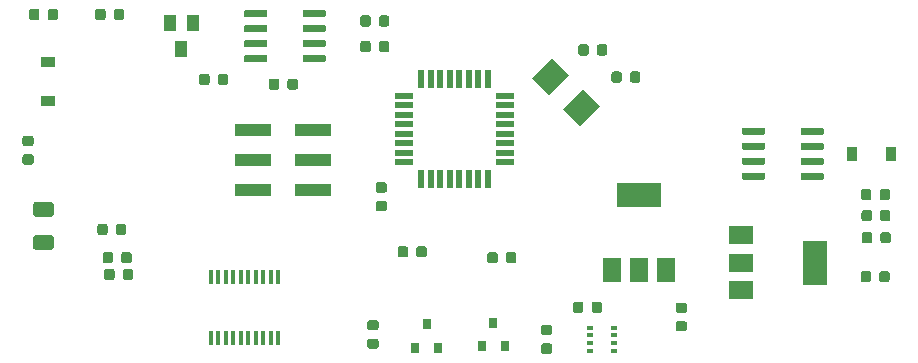
<source format=gbr>
G04 #@! TF.GenerationSoftware,KiCad,Pcbnew,(5.1.5)-3*
G04 #@! TF.CreationDate,2020-09-22T11:09:55+01:00*
G04 #@! TF.ProjectId,sensor_node_PCB,73656e73-6f72-45f6-9e6f-64655f504342,rev?*
G04 #@! TF.SameCoordinates,Original*
G04 #@! TF.FileFunction,Paste,Top*
G04 #@! TF.FilePolarity,Positive*
%FSLAX46Y46*%
G04 Gerber Fmt 4.6, Leading zero omitted, Abs format (unit mm)*
G04 Created by KiCad (PCBNEW (5.1.5)-3) date 2020-09-22 11:09:55*
%MOMM*%
%LPD*%
G04 APERTURE LIST*
%ADD10R,1.600000X0.550000*%
%ADD11R,0.550000X1.600000*%
%ADD12C,0.100000*%
%ADD13R,1.200000X0.900000*%
%ADD14R,0.900000X1.200000*%
%ADD15R,3.150000X1.000000*%
%ADD16R,1.000000X1.400000*%
%ADD17R,0.800000X0.900000*%
%ADD18R,3.800000X2.000000*%
%ADD19R,1.500000X2.000000*%
%ADD20R,0.400000X1.200000*%
%ADD21R,2.000000X1.500000*%
%ADD22R,2.000000X3.800000*%
%ADD23R,0.500000X0.350000*%
G04 APERTURE END LIST*
D10*
X151450000Y-107100000D03*
X151450000Y-106300000D03*
X151450000Y-105500000D03*
X151450000Y-104700000D03*
X151450000Y-103900000D03*
X151450000Y-103100000D03*
X151450000Y-102300000D03*
X151450000Y-101500000D03*
D11*
X150000000Y-100050000D03*
X149200000Y-100050000D03*
X148400000Y-100050000D03*
X147600000Y-100050000D03*
X146800000Y-100050000D03*
X146000000Y-100050000D03*
X145200000Y-100050000D03*
X144400000Y-100050000D03*
D10*
X142950000Y-101500000D03*
X142950000Y-102300000D03*
X142950000Y-103100000D03*
X142950000Y-103900000D03*
X142950000Y-104700000D03*
X142950000Y-105500000D03*
X142950000Y-106300000D03*
X142950000Y-107100000D03*
D11*
X144400000Y-108550000D03*
X145200000Y-108550000D03*
X146000000Y-108550000D03*
X146800000Y-108550000D03*
X147600000Y-108550000D03*
X148400000Y-108550000D03*
X149200000Y-108550000D03*
X150000000Y-108550000D03*
D12*
G36*
X139907691Y-94677053D02*
G01*
X139928926Y-94680203D01*
X139949750Y-94685419D01*
X139969962Y-94692651D01*
X139989368Y-94701830D01*
X140007781Y-94712866D01*
X140025024Y-94725654D01*
X140040930Y-94740070D01*
X140055346Y-94755976D01*
X140068134Y-94773219D01*
X140079170Y-94791632D01*
X140088349Y-94811038D01*
X140095581Y-94831250D01*
X140100797Y-94852074D01*
X140103947Y-94873309D01*
X140105000Y-94894750D01*
X140105000Y-95407250D01*
X140103947Y-95428691D01*
X140100797Y-95449926D01*
X140095581Y-95470750D01*
X140088349Y-95490962D01*
X140079170Y-95510368D01*
X140068134Y-95528781D01*
X140055346Y-95546024D01*
X140040930Y-95561930D01*
X140025024Y-95576346D01*
X140007781Y-95589134D01*
X139989368Y-95600170D01*
X139969962Y-95609349D01*
X139949750Y-95616581D01*
X139928926Y-95621797D01*
X139907691Y-95624947D01*
X139886250Y-95626000D01*
X139448750Y-95626000D01*
X139427309Y-95624947D01*
X139406074Y-95621797D01*
X139385250Y-95616581D01*
X139365038Y-95609349D01*
X139345632Y-95600170D01*
X139327219Y-95589134D01*
X139309976Y-95576346D01*
X139294070Y-95561930D01*
X139279654Y-95546024D01*
X139266866Y-95528781D01*
X139255830Y-95510368D01*
X139246651Y-95490962D01*
X139239419Y-95470750D01*
X139234203Y-95449926D01*
X139231053Y-95428691D01*
X139230000Y-95407250D01*
X139230000Y-94894750D01*
X139231053Y-94873309D01*
X139234203Y-94852074D01*
X139239419Y-94831250D01*
X139246651Y-94811038D01*
X139255830Y-94791632D01*
X139266866Y-94773219D01*
X139279654Y-94755976D01*
X139294070Y-94740070D01*
X139309976Y-94725654D01*
X139327219Y-94712866D01*
X139345632Y-94701830D01*
X139365038Y-94692651D01*
X139385250Y-94685419D01*
X139406074Y-94680203D01*
X139427309Y-94677053D01*
X139448750Y-94676000D01*
X139886250Y-94676000D01*
X139907691Y-94677053D01*
G37*
G36*
X141482691Y-94677053D02*
G01*
X141503926Y-94680203D01*
X141524750Y-94685419D01*
X141544962Y-94692651D01*
X141564368Y-94701830D01*
X141582781Y-94712866D01*
X141600024Y-94725654D01*
X141615930Y-94740070D01*
X141630346Y-94755976D01*
X141643134Y-94773219D01*
X141654170Y-94791632D01*
X141663349Y-94811038D01*
X141670581Y-94831250D01*
X141675797Y-94852074D01*
X141678947Y-94873309D01*
X141680000Y-94894750D01*
X141680000Y-95407250D01*
X141678947Y-95428691D01*
X141675797Y-95449926D01*
X141670581Y-95470750D01*
X141663349Y-95490962D01*
X141654170Y-95510368D01*
X141643134Y-95528781D01*
X141630346Y-95546024D01*
X141615930Y-95561930D01*
X141600024Y-95576346D01*
X141582781Y-95589134D01*
X141564368Y-95600170D01*
X141544962Y-95609349D01*
X141524750Y-95616581D01*
X141503926Y-95621797D01*
X141482691Y-95624947D01*
X141461250Y-95626000D01*
X141023750Y-95626000D01*
X141002309Y-95624947D01*
X140981074Y-95621797D01*
X140960250Y-95616581D01*
X140940038Y-95609349D01*
X140920632Y-95600170D01*
X140902219Y-95589134D01*
X140884976Y-95576346D01*
X140869070Y-95561930D01*
X140854654Y-95546024D01*
X140841866Y-95528781D01*
X140830830Y-95510368D01*
X140821651Y-95490962D01*
X140814419Y-95470750D01*
X140809203Y-95449926D01*
X140806053Y-95428691D01*
X140805000Y-95407250D01*
X140805000Y-94894750D01*
X140806053Y-94873309D01*
X140809203Y-94852074D01*
X140814419Y-94831250D01*
X140821651Y-94811038D01*
X140830830Y-94791632D01*
X140841866Y-94773219D01*
X140854654Y-94755976D01*
X140869070Y-94740070D01*
X140884976Y-94725654D01*
X140902219Y-94712866D01*
X140920632Y-94701830D01*
X140940038Y-94692651D01*
X140960250Y-94685419D01*
X140981074Y-94680203D01*
X141002309Y-94677053D01*
X141023750Y-94676000D01*
X141461250Y-94676000D01*
X141482691Y-94677053D01*
G37*
G36*
X111377691Y-106438553D02*
G01*
X111398926Y-106441703D01*
X111419750Y-106446919D01*
X111439962Y-106454151D01*
X111459368Y-106463330D01*
X111477781Y-106474366D01*
X111495024Y-106487154D01*
X111510930Y-106501570D01*
X111525346Y-106517476D01*
X111538134Y-106534719D01*
X111549170Y-106553132D01*
X111558349Y-106572538D01*
X111565581Y-106592750D01*
X111570797Y-106613574D01*
X111573947Y-106634809D01*
X111575000Y-106656250D01*
X111575000Y-107093750D01*
X111573947Y-107115191D01*
X111570797Y-107136426D01*
X111565581Y-107157250D01*
X111558349Y-107177462D01*
X111549170Y-107196868D01*
X111538134Y-107215281D01*
X111525346Y-107232524D01*
X111510930Y-107248430D01*
X111495024Y-107262846D01*
X111477781Y-107275634D01*
X111459368Y-107286670D01*
X111439962Y-107295849D01*
X111419750Y-107303081D01*
X111398926Y-107308297D01*
X111377691Y-107311447D01*
X111356250Y-107312500D01*
X110843750Y-107312500D01*
X110822309Y-107311447D01*
X110801074Y-107308297D01*
X110780250Y-107303081D01*
X110760038Y-107295849D01*
X110740632Y-107286670D01*
X110722219Y-107275634D01*
X110704976Y-107262846D01*
X110689070Y-107248430D01*
X110674654Y-107232524D01*
X110661866Y-107215281D01*
X110650830Y-107196868D01*
X110641651Y-107177462D01*
X110634419Y-107157250D01*
X110629203Y-107136426D01*
X110626053Y-107115191D01*
X110625000Y-107093750D01*
X110625000Y-106656250D01*
X110626053Y-106634809D01*
X110629203Y-106613574D01*
X110634419Y-106592750D01*
X110641651Y-106572538D01*
X110650830Y-106553132D01*
X110661866Y-106534719D01*
X110674654Y-106517476D01*
X110689070Y-106501570D01*
X110704976Y-106487154D01*
X110722219Y-106474366D01*
X110740632Y-106463330D01*
X110760038Y-106454151D01*
X110780250Y-106446919D01*
X110801074Y-106441703D01*
X110822309Y-106438553D01*
X110843750Y-106437500D01*
X111356250Y-106437500D01*
X111377691Y-106438553D01*
G37*
G36*
X111377691Y-104863553D02*
G01*
X111398926Y-104866703D01*
X111419750Y-104871919D01*
X111439962Y-104879151D01*
X111459368Y-104888330D01*
X111477781Y-104899366D01*
X111495024Y-104912154D01*
X111510930Y-104926570D01*
X111525346Y-104942476D01*
X111538134Y-104959719D01*
X111549170Y-104978132D01*
X111558349Y-104997538D01*
X111565581Y-105017750D01*
X111570797Y-105038574D01*
X111573947Y-105059809D01*
X111575000Y-105081250D01*
X111575000Y-105518750D01*
X111573947Y-105540191D01*
X111570797Y-105561426D01*
X111565581Y-105582250D01*
X111558349Y-105602462D01*
X111549170Y-105621868D01*
X111538134Y-105640281D01*
X111525346Y-105657524D01*
X111510930Y-105673430D01*
X111495024Y-105687846D01*
X111477781Y-105700634D01*
X111459368Y-105711670D01*
X111439962Y-105720849D01*
X111419750Y-105728081D01*
X111398926Y-105733297D01*
X111377691Y-105736447D01*
X111356250Y-105737500D01*
X110843750Y-105737500D01*
X110822309Y-105736447D01*
X110801074Y-105733297D01*
X110780250Y-105728081D01*
X110760038Y-105720849D01*
X110740632Y-105711670D01*
X110722219Y-105700634D01*
X110704976Y-105687846D01*
X110689070Y-105673430D01*
X110674654Y-105657524D01*
X110661866Y-105640281D01*
X110650830Y-105621868D01*
X110641651Y-105602462D01*
X110634419Y-105582250D01*
X110629203Y-105561426D01*
X110626053Y-105540191D01*
X110625000Y-105518750D01*
X110625000Y-105081250D01*
X110626053Y-105059809D01*
X110629203Y-105038574D01*
X110634419Y-105017750D01*
X110641651Y-104997538D01*
X110650830Y-104978132D01*
X110661866Y-104959719D01*
X110674654Y-104942476D01*
X110689070Y-104926570D01*
X110704976Y-104912154D01*
X110722219Y-104899366D01*
X110740632Y-104888330D01*
X110760038Y-104879151D01*
X110780250Y-104871919D01*
X110801074Y-104866703D01*
X110822309Y-104863553D01*
X110843750Y-104862500D01*
X111356250Y-104862500D01*
X111377691Y-104863553D01*
G37*
G36*
X139907691Y-96836053D02*
G01*
X139928926Y-96839203D01*
X139949750Y-96844419D01*
X139969962Y-96851651D01*
X139989368Y-96860830D01*
X140007781Y-96871866D01*
X140025024Y-96884654D01*
X140040930Y-96899070D01*
X140055346Y-96914976D01*
X140068134Y-96932219D01*
X140079170Y-96950632D01*
X140088349Y-96970038D01*
X140095581Y-96990250D01*
X140100797Y-97011074D01*
X140103947Y-97032309D01*
X140105000Y-97053750D01*
X140105000Y-97566250D01*
X140103947Y-97587691D01*
X140100797Y-97608926D01*
X140095581Y-97629750D01*
X140088349Y-97649962D01*
X140079170Y-97669368D01*
X140068134Y-97687781D01*
X140055346Y-97705024D01*
X140040930Y-97720930D01*
X140025024Y-97735346D01*
X140007781Y-97748134D01*
X139989368Y-97759170D01*
X139969962Y-97768349D01*
X139949750Y-97775581D01*
X139928926Y-97780797D01*
X139907691Y-97783947D01*
X139886250Y-97785000D01*
X139448750Y-97785000D01*
X139427309Y-97783947D01*
X139406074Y-97780797D01*
X139385250Y-97775581D01*
X139365038Y-97768349D01*
X139345632Y-97759170D01*
X139327219Y-97748134D01*
X139309976Y-97735346D01*
X139294070Y-97720930D01*
X139279654Y-97705024D01*
X139266866Y-97687781D01*
X139255830Y-97669368D01*
X139246651Y-97649962D01*
X139239419Y-97629750D01*
X139234203Y-97608926D01*
X139231053Y-97587691D01*
X139230000Y-97566250D01*
X139230000Y-97053750D01*
X139231053Y-97032309D01*
X139234203Y-97011074D01*
X139239419Y-96990250D01*
X139246651Y-96970038D01*
X139255830Y-96950632D01*
X139266866Y-96932219D01*
X139279654Y-96914976D01*
X139294070Y-96899070D01*
X139309976Y-96884654D01*
X139327219Y-96871866D01*
X139345632Y-96860830D01*
X139365038Y-96851651D01*
X139385250Y-96844419D01*
X139406074Y-96839203D01*
X139427309Y-96836053D01*
X139448750Y-96835000D01*
X139886250Y-96835000D01*
X139907691Y-96836053D01*
G37*
G36*
X141482691Y-96836053D02*
G01*
X141503926Y-96839203D01*
X141524750Y-96844419D01*
X141544962Y-96851651D01*
X141564368Y-96860830D01*
X141582781Y-96871866D01*
X141600024Y-96884654D01*
X141615930Y-96899070D01*
X141630346Y-96914976D01*
X141643134Y-96932219D01*
X141654170Y-96950632D01*
X141663349Y-96970038D01*
X141670581Y-96990250D01*
X141675797Y-97011074D01*
X141678947Y-97032309D01*
X141680000Y-97053750D01*
X141680000Y-97566250D01*
X141678947Y-97587691D01*
X141675797Y-97608926D01*
X141670581Y-97629750D01*
X141663349Y-97649962D01*
X141654170Y-97669368D01*
X141643134Y-97687781D01*
X141630346Y-97705024D01*
X141615930Y-97720930D01*
X141600024Y-97735346D01*
X141582781Y-97748134D01*
X141564368Y-97759170D01*
X141544962Y-97768349D01*
X141524750Y-97775581D01*
X141503926Y-97780797D01*
X141482691Y-97783947D01*
X141461250Y-97785000D01*
X141023750Y-97785000D01*
X141002309Y-97783947D01*
X140981074Y-97780797D01*
X140960250Y-97775581D01*
X140940038Y-97768349D01*
X140920632Y-97759170D01*
X140902219Y-97748134D01*
X140884976Y-97735346D01*
X140869070Y-97720930D01*
X140854654Y-97705024D01*
X140841866Y-97687781D01*
X140830830Y-97669368D01*
X140821651Y-97649962D01*
X140814419Y-97629750D01*
X140809203Y-97608926D01*
X140806053Y-97587691D01*
X140805000Y-97566250D01*
X140805000Y-97053750D01*
X140806053Y-97032309D01*
X140809203Y-97011074D01*
X140814419Y-96990250D01*
X140821651Y-96970038D01*
X140830830Y-96950632D01*
X140841866Y-96932219D01*
X140854654Y-96914976D01*
X140869070Y-96899070D01*
X140884976Y-96884654D01*
X140902219Y-96871866D01*
X140920632Y-96860830D01*
X140940038Y-96851651D01*
X140960250Y-96844419D01*
X140981074Y-96839203D01*
X141002309Y-96836053D01*
X141023750Y-96835000D01*
X141461250Y-96835000D01*
X141482691Y-96836053D01*
G37*
G36*
X127840191Y-99626053D02*
G01*
X127861426Y-99629203D01*
X127882250Y-99634419D01*
X127902462Y-99641651D01*
X127921868Y-99650830D01*
X127940281Y-99661866D01*
X127957524Y-99674654D01*
X127973430Y-99689070D01*
X127987846Y-99704976D01*
X128000634Y-99722219D01*
X128011670Y-99740632D01*
X128020849Y-99760038D01*
X128028081Y-99780250D01*
X128033297Y-99801074D01*
X128036447Y-99822309D01*
X128037500Y-99843750D01*
X128037500Y-100356250D01*
X128036447Y-100377691D01*
X128033297Y-100398926D01*
X128028081Y-100419750D01*
X128020849Y-100439962D01*
X128011670Y-100459368D01*
X128000634Y-100477781D01*
X127987846Y-100495024D01*
X127973430Y-100510930D01*
X127957524Y-100525346D01*
X127940281Y-100538134D01*
X127921868Y-100549170D01*
X127902462Y-100558349D01*
X127882250Y-100565581D01*
X127861426Y-100570797D01*
X127840191Y-100573947D01*
X127818750Y-100575000D01*
X127381250Y-100575000D01*
X127359809Y-100573947D01*
X127338574Y-100570797D01*
X127317750Y-100565581D01*
X127297538Y-100558349D01*
X127278132Y-100549170D01*
X127259719Y-100538134D01*
X127242476Y-100525346D01*
X127226570Y-100510930D01*
X127212154Y-100495024D01*
X127199366Y-100477781D01*
X127188330Y-100459368D01*
X127179151Y-100439962D01*
X127171919Y-100419750D01*
X127166703Y-100398926D01*
X127163553Y-100377691D01*
X127162500Y-100356250D01*
X127162500Y-99843750D01*
X127163553Y-99822309D01*
X127166703Y-99801074D01*
X127171919Y-99780250D01*
X127179151Y-99760038D01*
X127188330Y-99740632D01*
X127199366Y-99722219D01*
X127212154Y-99704976D01*
X127226570Y-99689070D01*
X127242476Y-99674654D01*
X127259719Y-99661866D01*
X127278132Y-99650830D01*
X127297538Y-99641651D01*
X127317750Y-99634419D01*
X127338574Y-99629203D01*
X127359809Y-99626053D01*
X127381250Y-99625000D01*
X127818750Y-99625000D01*
X127840191Y-99626053D01*
G37*
G36*
X126265191Y-99626053D02*
G01*
X126286426Y-99629203D01*
X126307250Y-99634419D01*
X126327462Y-99641651D01*
X126346868Y-99650830D01*
X126365281Y-99661866D01*
X126382524Y-99674654D01*
X126398430Y-99689070D01*
X126412846Y-99704976D01*
X126425634Y-99722219D01*
X126436670Y-99740632D01*
X126445849Y-99760038D01*
X126453081Y-99780250D01*
X126458297Y-99801074D01*
X126461447Y-99822309D01*
X126462500Y-99843750D01*
X126462500Y-100356250D01*
X126461447Y-100377691D01*
X126458297Y-100398926D01*
X126453081Y-100419750D01*
X126445849Y-100439962D01*
X126436670Y-100459368D01*
X126425634Y-100477781D01*
X126412846Y-100495024D01*
X126398430Y-100510930D01*
X126382524Y-100525346D01*
X126365281Y-100538134D01*
X126346868Y-100549170D01*
X126327462Y-100558349D01*
X126307250Y-100565581D01*
X126286426Y-100570797D01*
X126265191Y-100573947D01*
X126243750Y-100575000D01*
X125806250Y-100575000D01*
X125784809Y-100573947D01*
X125763574Y-100570797D01*
X125742750Y-100565581D01*
X125722538Y-100558349D01*
X125703132Y-100549170D01*
X125684719Y-100538134D01*
X125667476Y-100525346D01*
X125651570Y-100510930D01*
X125637154Y-100495024D01*
X125624366Y-100477781D01*
X125613330Y-100459368D01*
X125604151Y-100439962D01*
X125596919Y-100419750D01*
X125591703Y-100398926D01*
X125588553Y-100377691D01*
X125587500Y-100356250D01*
X125587500Y-99843750D01*
X125588553Y-99822309D01*
X125591703Y-99801074D01*
X125596919Y-99780250D01*
X125604151Y-99760038D01*
X125613330Y-99740632D01*
X125624366Y-99722219D01*
X125637154Y-99704976D01*
X125651570Y-99689070D01*
X125667476Y-99674654D01*
X125684719Y-99661866D01*
X125703132Y-99650830D01*
X125722538Y-99641651D01*
X125742750Y-99634419D01*
X125763574Y-99629203D01*
X125784809Y-99626053D01*
X125806250Y-99625000D01*
X126243750Y-99625000D01*
X126265191Y-99626053D01*
G37*
G36*
X166677691Y-118988553D02*
G01*
X166698926Y-118991703D01*
X166719750Y-118996919D01*
X166739962Y-119004151D01*
X166759368Y-119013330D01*
X166777781Y-119024366D01*
X166795024Y-119037154D01*
X166810930Y-119051570D01*
X166825346Y-119067476D01*
X166838134Y-119084719D01*
X166849170Y-119103132D01*
X166858349Y-119122538D01*
X166865581Y-119142750D01*
X166870797Y-119163574D01*
X166873947Y-119184809D01*
X166875000Y-119206250D01*
X166875000Y-119643750D01*
X166873947Y-119665191D01*
X166870797Y-119686426D01*
X166865581Y-119707250D01*
X166858349Y-119727462D01*
X166849170Y-119746868D01*
X166838134Y-119765281D01*
X166825346Y-119782524D01*
X166810930Y-119798430D01*
X166795024Y-119812846D01*
X166777781Y-119825634D01*
X166759368Y-119836670D01*
X166739962Y-119845849D01*
X166719750Y-119853081D01*
X166698926Y-119858297D01*
X166677691Y-119861447D01*
X166656250Y-119862500D01*
X166143750Y-119862500D01*
X166122309Y-119861447D01*
X166101074Y-119858297D01*
X166080250Y-119853081D01*
X166060038Y-119845849D01*
X166040632Y-119836670D01*
X166022219Y-119825634D01*
X166004976Y-119812846D01*
X165989070Y-119798430D01*
X165974654Y-119782524D01*
X165961866Y-119765281D01*
X165950830Y-119746868D01*
X165941651Y-119727462D01*
X165934419Y-119707250D01*
X165929203Y-119686426D01*
X165926053Y-119665191D01*
X165925000Y-119643750D01*
X165925000Y-119206250D01*
X165926053Y-119184809D01*
X165929203Y-119163574D01*
X165934419Y-119142750D01*
X165941651Y-119122538D01*
X165950830Y-119103132D01*
X165961866Y-119084719D01*
X165974654Y-119067476D01*
X165989070Y-119051570D01*
X166004976Y-119037154D01*
X166022219Y-119024366D01*
X166040632Y-119013330D01*
X166060038Y-119004151D01*
X166080250Y-118996919D01*
X166101074Y-118991703D01*
X166122309Y-118988553D01*
X166143750Y-118987500D01*
X166656250Y-118987500D01*
X166677691Y-118988553D01*
G37*
G36*
X166677691Y-120563553D02*
G01*
X166698926Y-120566703D01*
X166719750Y-120571919D01*
X166739962Y-120579151D01*
X166759368Y-120588330D01*
X166777781Y-120599366D01*
X166795024Y-120612154D01*
X166810930Y-120626570D01*
X166825346Y-120642476D01*
X166838134Y-120659719D01*
X166849170Y-120678132D01*
X166858349Y-120697538D01*
X166865581Y-120717750D01*
X166870797Y-120738574D01*
X166873947Y-120759809D01*
X166875000Y-120781250D01*
X166875000Y-121218750D01*
X166873947Y-121240191D01*
X166870797Y-121261426D01*
X166865581Y-121282250D01*
X166858349Y-121302462D01*
X166849170Y-121321868D01*
X166838134Y-121340281D01*
X166825346Y-121357524D01*
X166810930Y-121373430D01*
X166795024Y-121387846D01*
X166777781Y-121400634D01*
X166759368Y-121411670D01*
X166739962Y-121420849D01*
X166719750Y-121428081D01*
X166698926Y-121433297D01*
X166677691Y-121436447D01*
X166656250Y-121437500D01*
X166143750Y-121437500D01*
X166122309Y-121436447D01*
X166101074Y-121433297D01*
X166080250Y-121428081D01*
X166060038Y-121420849D01*
X166040632Y-121411670D01*
X166022219Y-121400634D01*
X166004976Y-121387846D01*
X165989070Y-121373430D01*
X165974654Y-121357524D01*
X165961866Y-121340281D01*
X165950830Y-121321868D01*
X165941651Y-121302462D01*
X165934419Y-121282250D01*
X165929203Y-121261426D01*
X165926053Y-121240191D01*
X165925000Y-121218750D01*
X165925000Y-120781250D01*
X165926053Y-120759809D01*
X165929203Y-120738574D01*
X165934419Y-120717750D01*
X165941651Y-120697538D01*
X165950830Y-120678132D01*
X165961866Y-120659719D01*
X165974654Y-120642476D01*
X165989070Y-120626570D01*
X166004976Y-120612154D01*
X166022219Y-120599366D01*
X166040632Y-120588330D01*
X166060038Y-120579151D01*
X166080250Y-120571919D01*
X166101074Y-120566703D01*
X166122309Y-120563553D01*
X166143750Y-120562500D01*
X166656250Y-120562500D01*
X166677691Y-120563553D01*
G37*
G36*
X182265191Y-116326053D02*
G01*
X182286426Y-116329203D01*
X182307250Y-116334419D01*
X182327462Y-116341651D01*
X182346868Y-116350830D01*
X182365281Y-116361866D01*
X182382524Y-116374654D01*
X182398430Y-116389070D01*
X182412846Y-116404976D01*
X182425634Y-116422219D01*
X182436670Y-116440632D01*
X182445849Y-116460038D01*
X182453081Y-116480250D01*
X182458297Y-116501074D01*
X182461447Y-116522309D01*
X182462500Y-116543750D01*
X182462500Y-117056250D01*
X182461447Y-117077691D01*
X182458297Y-117098926D01*
X182453081Y-117119750D01*
X182445849Y-117139962D01*
X182436670Y-117159368D01*
X182425634Y-117177781D01*
X182412846Y-117195024D01*
X182398430Y-117210930D01*
X182382524Y-117225346D01*
X182365281Y-117238134D01*
X182346868Y-117249170D01*
X182327462Y-117258349D01*
X182307250Y-117265581D01*
X182286426Y-117270797D01*
X182265191Y-117273947D01*
X182243750Y-117275000D01*
X181806250Y-117275000D01*
X181784809Y-117273947D01*
X181763574Y-117270797D01*
X181742750Y-117265581D01*
X181722538Y-117258349D01*
X181703132Y-117249170D01*
X181684719Y-117238134D01*
X181667476Y-117225346D01*
X181651570Y-117210930D01*
X181637154Y-117195024D01*
X181624366Y-117177781D01*
X181613330Y-117159368D01*
X181604151Y-117139962D01*
X181596919Y-117119750D01*
X181591703Y-117098926D01*
X181588553Y-117077691D01*
X181587500Y-117056250D01*
X181587500Y-116543750D01*
X181588553Y-116522309D01*
X181591703Y-116501074D01*
X181596919Y-116480250D01*
X181604151Y-116460038D01*
X181613330Y-116440632D01*
X181624366Y-116422219D01*
X181637154Y-116404976D01*
X181651570Y-116389070D01*
X181667476Y-116374654D01*
X181684719Y-116361866D01*
X181703132Y-116350830D01*
X181722538Y-116341651D01*
X181742750Y-116334419D01*
X181763574Y-116329203D01*
X181784809Y-116326053D01*
X181806250Y-116325000D01*
X182243750Y-116325000D01*
X182265191Y-116326053D01*
G37*
G36*
X183840191Y-116326053D02*
G01*
X183861426Y-116329203D01*
X183882250Y-116334419D01*
X183902462Y-116341651D01*
X183921868Y-116350830D01*
X183940281Y-116361866D01*
X183957524Y-116374654D01*
X183973430Y-116389070D01*
X183987846Y-116404976D01*
X184000634Y-116422219D01*
X184011670Y-116440632D01*
X184020849Y-116460038D01*
X184028081Y-116480250D01*
X184033297Y-116501074D01*
X184036447Y-116522309D01*
X184037500Y-116543750D01*
X184037500Y-117056250D01*
X184036447Y-117077691D01*
X184033297Y-117098926D01*
X184028081Y-117119750D01*
X184020849Y-117139962D01*
X184011670Y-117159368D01*
X184000634Y-117177781D01*
X183987846Y-117195024D01*
X183973430Y-117210930D01*
X183957524Y-117225346D01*
X183940281Y-117238134D01*
X183921868Y-117249170D01*
X183902462Y-117258349D01*
X183882250Y-117265581D01*
X183861426Y-117270797D01*
X183840191Y-117273947D01*
X183818750Y-117275000D01*
X183381250Y-117275000D01*
X183359809Y-117273947D01*
X183338574Y-117270797D01*
X183317750Y-117265581D01*
X183297538Y-117258349D01*
X183278132Y-117249170D01*
X183259719Y-117238134D01*
X183242476Y-117225346D01*
X183226570Y-117210930D01*
X183212154Y-117195024D01*
X183199366Y-117177781D01*
X183188330Y-117159368D01*
X183179151Y-117139962D01*
X183171919Y-117119750D01*
X183166703Y-117098926D01*
X183163553Y-117077691D01*
X183162500Y-117056250D01*
X183162500Y-116543750D01*
X183163553Y-116522309D01*
X183166703Y-116501074D01*
X183171919Y-116480250D01*
X183179151Y-116460038D01*
X183188330Y-116440632D01*
X183199366Y-116422219D01*
X183212154Y-116404976D01*
X183226570Y-116389070D01*
X183242476Y-116374654D01*
X183259719Y-116361866D01*
X183278132Y-116350830D01*
X183297538Y-116341651D01*
X183317750Y-116334419D01*
X183338574Y-116329203D01*
X183359809Y-116326053D01*
X183381250Y-116325000D01*
X183818750Y-116325000D01*
X183840191Y-116326053D01*
G37*
G36*
X183915191Y-111159053D02*
G01*
X183936426Y-111162203D01*
X183957250Y-111167419D01*
X183977462Y-111174651D01*
X183996868Y-111183830D01*
X184015281Y-111194866D01*
X184032524Y-111207654D01*
X184048430Y-111222070D01*
X184062846Y-111237976D01*
X184075634Y-111255219D01*
X184086670Y-111273632D01*
X184095849Y-111293038D01*
X184103081Y-111313250D01*
X184108297Y-111334074D01*
X184111447Y-111355309D01*
X184112500Y-111376750D01*
X184112500Y-111889250D01*
X184111447Y-111910691D01*
X184108297Y-111931926D01*
X184103081Y-111952750D01*
X184095849Y-111972962D01*
X184086670Y-111992368D01*
X184075634Y-112010781D01*
X184062846Y-112028024D01*
X184048430Y-112043930D01*
X184032524Y-112058346D01*
X184015281Y-112071134D01*
X183996868Y-112082170D01*
X183977462Y-112091349D01*
X183957250Y-112098581D01*
X183936426Y-112103797D01*
X183915191Y-112106947D01*
X183893750Y-112108000D01*
X183456250Y-112108000D01*
X183434809Y-112106947D01*
X183413574Y-112103797D01*
X183392750Y-112098581D01*
X183372538Y-112091349D01*
X183353132Y-112082170D01*
X183334719Y-112071134D01*
X183317476Y-112058346D01*
X183301570Y-112043930D01*
X183287154Y-112028024D01*
X183274366Y-112010781D01*
X183263330Y-111992368D01*
X183254151Y-111972962D01*
X183246919Y-111952750D01*
X183241703Y-111931926D01*
X183238553Y-111910691D01*
X183237500Y-111889250D01*
X183237500Y-111376750D01*
X183238553Y-111355309D01*
X183241703Y-111334074D01*
X183246919Y-111313250D01*
X183254151Y-111293038D01*
X183263330Y-111273632D01*
X183274366Y-111255219D01*
X183287154Y-111237976D01*
X183301570Y-111222070D01*
X183317476Y-111207654D01*
X183334719Y-111194866D01*
X183353132Y-111183830D01*
X183372538Y-111174651D01*
X183392750Y-111167419D01*
X183413574Y-111162203D01*
X183434809Y-111159053D01*
X183456250Y-111158000D01*
X183893750Y-111158000D01*
X183915191Y-111159053D01*
G37*
G36*
X182340191Y-111159053D02*
G01*
X182361426Y-111162203D01*
X182382250Y-111167419D01*
X182402462Y-111174651D01*
X182421868Y-111183830D01*
X182440281Y-111194866D01*
X182457524Y-111207654D01*
X182473430Y-111222070D01*
X182487846Y-111237976D01*
X182500634Y-111255219D01*
X182511670Y-111273632D01*
X182520849Y-111293038D01*
X182528081Y-111313250D01*
X182533297Y-111334074D01*
X182536447Y-111355309D01*
X182537500Y-111376750D01*
X182537500Y-111889250D01*
X182536447Y-111910691D01*
X182533297Y-111931926D01*
X182528081Y-111952750D01*
X182520849Y-111972962D01*
X182511670Y-111992368D01*
X182500634Y-112010781D01*
X182487846Y-112028024D01*
X182473430Y-112043930D01*
X182457524Y-112058346D01*
X182440281Y-112071134D01*
X182421868Y-112082170D01*
X182402462Y-112091349D01*
X182382250Y-112098581D01*
X182361426Y-112103797D01*
X182340191Y-112106947D01*
X182318750Y-112108000D01*
X181881250Y-112108000D01*
X181859809Y-112106947D01*
X181838574Y-112103797D01*
X181817750Y-112098581D01*
X181797538Y-112091349D01*
X181778132Y-112082170D01*
X181759719Y-112071134D01*
X181742476Y-112058346D01*
X181726570Y-112043930D01*
X181712154Y-112028024D01*
X181699366Y-112010781D01*
X181688330Y-111992368D01*
X181679151Y-111972962D01*
X181671919Y-111952750D01*
X181666703Y-111931926D01*
X181663553Y-111910691D01*
X181662500Y-111889250D01*
X181662500Y-111376750D01*
X181663553Y-111355309D01*
X181666703Y-111334074D01*
X181671919Y-111313250D01*
X181679151Y-111293038D01*
X181688330Y-111273632D01*
X181699366Y-111255219D01*
X181712154Y-111237976D01*
X181726570Y-111222070D01*
X181742476Y-111207654D01*
X181759719Y-111194866D01*
X181778132Y-111183830D01*
X181797538Y-111174651D01*
X181817750Y-111167419D01*
X181838574Y-111162203D01*
X181859809Y-111159053D01*
X181881250Y-111158000D01*
X182318750Y-111158000D01*
X182340191Y-111159053D01*
G37*
D13*
X112800000Y-101950000D03*
X112800000Y-98650000D03*
D12*
G36*
X111865191Y-94126053D02*
G01*
X111886426Y-94129203D01*
X111907250Y-94134419D01*
X111927462Y-94141651D01*
X111946868Y-94150830D01*
X111965281Y-94161866D01*
X111982524Y-94174654D01*
X111998430Y-94189070D01*
X112012846Y-94204976D01*
X112025634Y-94222219D01*
X112036670Y-94240632D01*
X112045849Y-94260038D01*
X112053081Y-94280250D01*
X112058297Y-94301074D01*
X112061447Y-94322309D01*
X112062500Y-94343750D01*
X112062500Y-94856250D01*
X112061447Y-94877691D01*
X112058297Y-94898926D01*
X112053081Y-94919750D01*
X112045849Y-94939962D01*
X112036670Y-94959368D01*
X112025634Y-94977781D01*
X112012846Y-94995024D01*
X111998430Y-95010930D01*
X111982524Y-95025346D01*
X111965281Y-95038134D01*
X111946868Y-95049170D01*
X111927462Y-95058349D01*
X111907250Y-95065581D01*
X111886426Y-95070797D01*
X111865191Y-95073947D01*
X111843750Y-95075000D01*
X111406250Y-95075000D01*
X111384809Y-95073947D01*
X111363574Y-95070797D01*
X111342750Y-95065581D01*
X111322538Y-95058349D01*
X111303132Y-95049170D01*
X111284719Y-95038134D01*
X111267476Y-95025346D01*
X111251570Y-95010930D01*
X111237154Y-94995024D01*
X111224366Y-94977781D01*
X111213330Y-94959368D01*
X111204151Y-94939962D01*
X111196919Y-94919750D01*
X111191703Y-94898926D01*
X111188553Y-94877691D01*
X111187500Y-94856250D01*
X111187500Y-94343750D01*
X111188553Y-94322309D01*
X111191703Y-94301074D01*
X111196919Y-94280250D01*
X111204151Y-94260038D01*
X111213330Y-94240632D01*
X111224366Y-94222219D01*
X111237154Y-94204976D01*
X111251570Y-94189070D01*
X111267476Y-94174654D01*
X111284719Y-94161866D01*
X111303132Y-94150830D01*
X111322538Y-94141651D01*
X111342750Y-94134419D01*
X111363574Y-94129203D01*
X111384809Y-94126053D01*
X111406250Y-94125000D01*
X111843750Y-94125000D01*
X111865191Y-94126053D01*
G37*
G36*
X113440191Y-94126053D02*
G01*
X113461426Y-94129203D01*
X113482250Y-94134419D01*
X113502462Y-94141651D01*
X113521868Y-94150830D01*
X113540281Y-94161866D01*
X113557524Y-94174654D01*
X113573430Y-94189070D01*
X113587846Y-94204976D01*
X113600634Y-94222219D01*
X113611670Y-94240632D01*
X113620849Y-94260038D01*
X113628081Y-94280250D01*
X113633297Y-94301074D01*
X113636447Y-94322309D01*
X113637500Y-94343750D01*
X113637500Y-94856250D01*
X113636447Y-94877691D01*
X113633297Y-94898926D01*
X113628081Y-94919750D01*
X113620849Y-94939962D01*
X113611670Y-94959368D01*
X113600634Y-94977781D01*
X113587846Y-94995024D01*
X113573430Y-95010930D01*
X113557524Y-95025346D01*
X113540281Y-95038134D01*
X113521868Y-95049170D01*
X113502462Y-95058349D01*
X113482250Y-95065581D01*
X113461426Y-95070797D01*
X113440191Y-95073947D01*
X113418750Y-95075000D01*
X112981250Y-95075000D01*
X112959809Y-95073947D01*
X112938574Y-95070797D01*
X112917750Y-95065581D01*
X112897538Y-95058349D01*
X112878132Y-95049170D01*
X112859719Y-95038134D01*
X112842476Y-95025346D01*
X112826570Y-95010930D01*
X112812154Y-94995024D01*
X112799366Y-94977781D01*
X112788330Y-94959368D01*
X112779151Y-94939962D01*
X112771919Y-94919750D01*
X112766703Y-94898926D01*
X112763553Y-94877691D01*
X112762500Y-94856250D01*
X112762500Y-94343750D01*
X112763553Y-94322309D01*
X112766703Y-94301074D01*
X112771919Y-94280250D01*
X112779151Y-94260038D01*
X112788330Y-94240632D01*
X112799366Y-94222219D01*
X112812154Y-94204976D01*
X112826570Y-94189070D01*
X112842476Y-94174654D01*
X112859719Y-94161866D01*
X112878132Y-94150830D01*
X112897538Y-94141651D01*
X112917750Y-94134419D01*
X112938574Y-94129203D01*
X112959809Y-94126053D01*
X112981250Y-94125000D01*
X113418750Y-94125000D01*
X113440191Y-94126053D01*
G37*
D14*
X180900000Y-106400000D03*
X184200000Y-106400000D03*
D12*
G36*
X113049504Y-110476204D02*
G01*
X113073773Y-110479804D01*
X113097571Y-110485765D01*
X113120671Y-110494030D01*
X113142849Y-110504520D01*
X113163893Y-110517133D01*
X113183598Y-110531747D01*
X113201777Y-110548223D01*
X113218253Y-110566402D01*
X113232867Y-110586107D01*
X113245480Y-110607151D01*
X113255970Y-110629329D01*
X113264235Y-110652429D01*
X113270196Y-110676227D01*
X113273796Y-110700496D01*
X113275000Y-110725000D01*
X113275000Y-111475000D01*
X113273796Y-111499504D01*
X113270196Y-111523773D01*
X113264235Y-111547571D01*
X113255970Y-111570671D01*
X113245480Y-111592849D01*
X113232867Y-111613893D01*
X113218253Y-111633598D01*
X113201777Y-111651777D01*
X113183598Y-111668253D01*
X113163893Y-111682867D01*
X113142849Y-111695480D01*
X113120671Y-111705970D01*
X113097571Y-111714235D01*
X113073773Y-111720196D01*
X113049504Y-111723796D01*
X113025000Y-111725000D01*
X111775000Y-111725000D01*
X111750496Y-111723796D01*
X111726227Y-111720196D01*
X111702429Y-111714235D01*
X111679329Y-111705970D01*
X111657151Y-111695480D01*
X111636107Y-111682867D01*
X111616402Y-111668253D01*
X111598223Y-111651777D01*
X111581747Y-111633598D01*
X111567133Y-111613893D01*
X111554520Y-111592849D01*
X111544030Y-111570671D01*
X111535765Y-111547571D01*
X111529804Y-111523773D01*
X111526204Y-111499504D01*
X111525000Y-111475000D01*
X111525000Y-110725000D01*
X111526204Y-110700496D01*
X111529804Y-110676227D01*
X111535765Y-110652429D01*
X111544030Y-110629329D01*
X111554520Y-110607151D01*
X111567133Y-110586107D01*
X111581747Y-110566402D01*
X111598223Y-110548223D01*
X111616402Y-110531747D01*
X111636107Y-110517133D01*
X111657151Y-110504520D01*
X111679329Y-110494030D01*
X111702429Y-110485765D01*
X111726227Y-110479804D01*
X111750496Y-110476204D01*
X111775000Y-110475000D01*
X113025000Y-110475000D01*
X113049504Y-110476204D01*
G37*
G36*
X113049504Y-113276204D02*
G01*
X113073773Y-113279804D01*
X113097571Y-113285765D01*
X113120671Y-113294030D01*
X113142849Y-113304520D01*
X113163893Y-113317133D01*
X113183598Y-113331747D01*
X113201777Y-113348223D01*
X113218253Y-113366402D01*
X113232867Y-113386107D01*
X113245480Y-113407151D01*
X113255970Y-113429329D01*
X113264235Y-113452429D01*
X113270196Y-113476227D01*
X113273796Y-113500496D01*
X113275000Y-113525000D01*
X113275000Y-114275000D01*
X113273796Y-114299504D01*
X113270196Y-114323773D01*
X113264235Y-114347571D01*
X113255970Y-114370671D01*
X113245480Y-114392849D01*
X113232867Y-114413893D01*
X113218253Y-114433598D01*
X113201777Y-114451777D01*
X113183598Y-114468253D01*
X113163893Y-114482867D01*
X113142849Y-114495480D01*
X113120671Y-114505970D01*
X113097571Y-114514235D01*
X113073773Y-114520196D01*
X113049504Y-114523796D01*
X113025000Y-114525000D01*
X111775000Y-114525000D01*
X111750496Y-114523796D01*
X111726227Y-114520196D01*
X111702429Y-114514235D01*
X111679329Y-114505970D01*
X111657151Y-114495480D01*
X111636107Y-114482867D01*
X111616402Y-114468253D01*
X111598223Y-114451777D01*
X111581747Y-114433598D01*
X111567133Y-114413893D01*
X111554520Y-114392849D01*
X111544030Y-114370671D01*
X111535765Y-114347571D01*
X111529804Y-114323773D01*
X111526204Y-114299504D01*
X111525000Y-114275000D01*
X111525000Y-113525000D01*
X111526204Y-113500496D01*
X111529804Y-113476227D01*
X111535765Y-113452429D01*
X111544030Y-113429329D01*
X111554520Y-113407151D01*
X111567133Y-113386107D01*
X111581747Y-113366402D01*
X111598223Y-113348223D01*
X111616402Y-113331747D01*
X111636107Y-113317133D01*
X111657151Y-113304520D01*
X111679329Y-113294030D01*
X111702429Y-113285765D01*
X111726227Y-113279804D01*
X111750496Y-113276204D01*
X111775000Y-113275000D01*
X113025000Y-113275000D01*
X113049504Y-113276204D01*
G37*
D15*
X130183000Y-104422000D03*
X135233000Y-104422000D03*
X130183000Y-106962000D03*
X135233000Y-106962000D03*
X130183000Y-109502000D03*
X135233000Y-109502000D03*
D16*
X125022000Y-95321000D03*
X123122000Y-95321000D03*
X124072000Y-97521000D03*
D17*
X143900000Y-122800000D03*
X145800000Y-122800000D03*
X144850000Y-120800000D03*
X150500000Y-120700000D03*
X151450000Y-122700000D03*
X149550000Y-122700000D03*
D12*
G36*
X117640191Y-112326053D02*
G01*
X117661426Y-112329203D01*
X117682250Y-112334419D01*
X117702462Y-112341651D01*
X117721868Y-112350830D01*
X117740281Y-112361866D01*
X117757524Y-112374654D01*
X117773430Y-112389070D01*
X117787846Y-112404976D01*
X117800634Y-112422219D01*
X117811670Y-112440632D01*
X117820849Y-112460038D01*
X117828081Y-112480250D01*
X117833297Y-112501074D01*
X117836447Y-112522309D01*
X117837500Y-112543750D01*
X117837500Y-113056250D01*
X117836447Y-113077691D01*
X117833297Y-113098926D01*
X117828081Y-113119750D01*
X117820849Y-113139962D01*
X117811670Y-113159368D01*
X117800634Y-113177781D01*
X117787846Y-113195024D01*
X117773430Y-113210930D01*
X117757524Y-113225346D01*
X117740281Y-113238134D01*
X117721868Y-113249170D01*
X117702462Y-113258349D01*
X117682250Y-113265581D01*
X117661426Y-113270797D01*
X117640191Y-113273947D01*
X117618750Y-113275000D01*
X117181250Y-113275000D01*
X117159809Y-113273947D01*
X117138574Y-113270797D01*
X117117750Y-113265581D01*
X117097538Y-113258349D01*
X117078132Y-113249170D01*
X117059719Y-113238134D01*
X117042476Y-113225346D01*
X117026570Y-113210930D01*
X117012154Y-113195024D01*
X116999366Y-113177781D01*
X116988330Y-113159368D01*
X116979151Y-113139962D01*
X116971919Y-113119750D01*
X116966703Y-113098926D01*
X116963553Y-113077691D01*
X116962500Y-113056250D01*
X116962500Y-112543750D01*
X116963553Y-112522309D01*
X116966703Y-112501074D01*
X116971919Y-112480250D01*
X116979151Y-112460038D01*
X116988330Y-112440632D01*
X116999366Y-112422219D01*
X117012154Y-112404976D01*
X117026570Y-112389070D01*
X117042476Y-112374654D01*
X117059719Y-112361866D01*
X117078132Y-112350830D01*
X117097538Y-112341651D01*
X117117750Y-112334419D01*
X117138574Y-112329203D01*
X117159809Y-112326053D01*
X117181250Y-112325000D01*
X117618750Y-112325000D01*
X117640191Y-112326053D01*
G37*
G36*
X119215191Y-112326053D02*
G01*
X119236426Y-112329203D01*
X119257250Y-112334419D01*
X119277462Y-112341651D01*
X119296868Y-112350830D01*
X119315281Y-112361866D01*
X119332524Y-112374654D01*
X119348430Y-112389070D01*
X119362846Y-112404976D01*
X119375634Y-112422219D01*
X119386670Y-112440632D01*
X119395849Y-112460038D01*
X119403081Y-112480250D01*
X119408297Y-112501074D01*
X119411447Y-112522309D01*
X119412500Y-112543750D01*
X119412500Y-113056250D01*
X119411447Y-113077691D01*
X119408297Y-113098926D01*
X119403081Y-113119750D01*
X119395849Y-113139962D01*
X119386670Y-113159368D01*
X119375634Y-113177781D01*
X119362846Y-113195024D01*
X119348430Y-113210930D01*
X119332524Y-113225346D01*
X119315281Y-113238134D01*
X119296868Y-113249170D01*
X119277462Y-113258349D01*
X119257250Y-113265581D01*
X119236426Y-113270797D01*
X119215191Y-113273947D01*
X119193750Y-113275000D01*
X118756250Y-113275000D01*
X118734809Y-113273947D01*
X118713574Y-113270797D01*
X118692750Y-113265581D01*
X118672538Y-113258349D01*
X118653132Y-113249170D01*
X118634719Y-113238134D01*
X118617476Y-113225346D01*
X118601570Y-113210930D01*
X118587154Y-113195024D01*
X118574366Y-113177781D01*
X118563330Y-113159368D01*
X118554151Y-113139962D01*
X118546919Y-113119750D01*
X118541703Y-113098926D01*
X118538553Y-113077691D01*
X118537500Y-113056250D01*
X118537500Y-112543750D01*
X118538553Y-112522309D01*
X118541703Y-112501074D01*
X118546919Y-112480250D01*
X118554151Y-112460038D01*
X118563330Y-112440632D01*
X118574366Y-112422219D01*
X118587154Y-112404976D01*
X118601570Y-112389070D01*
X118617476Y-112374654D01*
X118634719Y-112361866D01*
X118653132Y-112350830D01*
X118672538Y-112341651D01*
X118692750Y-112334419D01*
X118713574Y-112329203D01*
X118734809Y-112326053D01*
X118756250Y-112325000D01*
X119193750Y-112325000D01*
X119215191Y-112326053D01*
G37*
G36*
X133740191Y-100026053D02*
G01*
X133761426Y-100029203D01*
X133782250Y-100034419D01*
X133802462Y-100041651D01*
X133821868Y-100050830D01*
X133840281Y-100061866D01*
X133857524Y-100074654D01*
X133873430Y-100089070D01*
X133887846Y-100104976D01*
X133900634Y-100122219D01*
X133911670Y-100140632D01*
X133920849Y-100160038D01*
X133928081Y-100180250D01*
X133933297Y-100201074D01*
X133936447Y-100222309D01*
X133937500Y-100243750D01*
X133937500Y-100756250D01*
X133936447Y-100777691D01*
X133933297Y-100798926D01*
X133928081Y-100819750D01*
X133920849Y-100839962D01*
X133911670Y-100859368D01*
X133900634Y-100877781D01*
X133887846Y-100895024D01*
X133873430Y-100910930D01*
X133857524Y-100925346D01*
X133840281Y-100938134D01*
X133821868Y-100949170D01*
X133802462Y-100958349D01*
X133782250Y-100965581D01*
X133761426Y-100970797D01*
X133740191Y-100973947D01*
X133718750Y-100975000D01*
X133281250Y-100975000D01*
X133259809Y-100973947D01*
X133238574Y-100970797D01*
X133217750Y-100965581D01*
X133197538Y-100958349D01*
X133178132Y-100949170D01*
X133159719Y-100938134D01*
X133142476Y-100925346D01*
X133126570Y-100910930D01*
X133112154Y-100895024D01*
X133099366Y-100877781D01*
X133088330Y-100859368D01*
X133079151Y-100839962D01*
X133071919Y-100819750D01*
X133066703Y-100798926D01*
X133063553Y-100777691D01*
X133062500Y-100756250D01*
X133062500Y-100243750D01*
X133063553Y-100222309D01*
X133066703Y-100201074D01*
X133071919Y-100180250D01*
X133079151Y-100160038D01*
X133088330Y-100140632D01*
X133099366Y-100122219D01*
X133112154Y-100104976D01*
X133126570Y-100089070D01*
X133142476Y-100074654D01*
X133159719Y-100061866D01*
X133178132Y-100050830D01*
X133197538Y-100041651D01*
X133217750Y-100034419D01*
X133238574Y-100029203D01*
X133259809Y-100026053D01*
X133281250Y-100025000D01*
X133718750Y-100025000D01*
X133740191Y-100026053D01*
G37*
G36*
X132165191Y-100026053D02*
G01*
X132186426Y-100029203D01*
X132207250Y-100034419D01*
X132227462Y-100041651D01*
X132246868Y-100050830D01*
X132265281Y-100061866D01*
X132282524Y-100074654D01*
X132298430Y-100089070D01*
X132312846Y-100104976D01*
X132325634Y-100122219D01*
X132336670Y-100140632D01*
X132345849Y-100160038D01*
X132353081Y-100180250D01*
X132358297Y-100201074D01*
X132361447Y-100222309D01*
X132362500Y-100243750D01*
X132362500Y-100756250D01*
X132361447Y-100777691D01*
X132358297Y-100798926D01*
X132353081Y-100819750D01*
X132345849Y-100839962D01*
X132336670Y-100859368D01*
X132325634Y-100877781D01*
X132312846Y-100895024D01*
X132298430Y-100910930D01*
X132282524Y-100925346D01*
X132265281Y-100938134D01*
X132246868Y-100949170D01*
X132227462Y-100958349D01*
X132207250Y-100965581D01*
X132186426Y-100970797D01*
X132165191Y-100973947D01*
X132143750Y-100975000D01*
X131706250Y-100975000D01*
X131684809Y-100973947D01*
X131663574Y-100970797D01*
X131642750Y-100965581D01*
X131622538Y-100958349D01*
X131603132Y-100949170D01*
X131584719Y-100938134D01*
X131567476Y-100925346D01*
X131551570Y-100910930D01*
X131537154Y-100895024D01*
X131524366Y-100877781D01*
X131513330Y-100859368D01*
X131504151Y-100839962D01*
X131496919Y-100819750D01*
X131491703Y-100798926D01*
X131488553Y-100777691D01*
X131487500Y-100756250D01*
X131487500Y-100243750D01*
X131488553Y-100222309D01*
X131491703Y-100201074D01*
X131496919Y-100180250D01*
X131504151Y-100160038D01*
X131513330Y-100140632D01*
X131524366Y-100122219D01*
X131537154Y-100104976D01*
X131551570Y-100089070D01*
X131567476Y-100074654D01*
X131584719Y-100061866D01*
X131603132Y-100050830D01*
X131622538Y-100041651D01*
X131642750Y-100034419D01*
X131663574Y-100029203D01*
X131684809Y-100026053D01*
X131706250Y-100025000D01*
X132143750Y-100025000D01*
X132165191Y-100026053D01*
G37*
G36*
X119040191Y-94126053D02*
G01*
X119061426Y-94129203D01*
X119082250Y-94134419D01*
X119102462Y-94141651D01*
X119121868Y-94150830D01*
X119140281Y-94161866D01*
X119157524Y-94174654D01*
X119173430Y-94189070D01*
X119187846Y-94204976D01*
X119200634Y-94222219D01*
X119211670Y-94240632D01*
X119220849Y-94260038D01*
X119228081Y-94280250D01*
X119233297Y-94301074D01*
X119236447Y-94322309D01*
X119237500Y-94343750D01*
X119237500Y-94856250D01*
X119236447Y-94877691D01*
X119233297Y-94898926D01*
X119228081Y-94919750D01*
X119220849Y-94939962D01*
X119211670Y-94959368D01*
X119200634Y-94977781D01*
X119187846Y-94995024D01*
X119173430Y-95010930D01*
X119157524Y-95025346D01*
X119140281Y-95038134D01*
X119121868Y-95049170D01*
X119102462Y-95058349D01*
X119082250Y-95065581D01*
X119061426Y-95070797D01*
X119040191Y-95073947D01*
X119018750Y-95075000D01*
X118581250Y-95075000D01*
X118559809Y-95073947D01*
X118538574Y-95070797D01*
X118517750Y-95065581D01*
X118497538Y-95058349D01*
X118478132Y-95049170D01*
X118459719Y-95038134D01*
X118442476Y-95025346D01*
X118426570Y-95010930D01*
X118412154Y-94995024D01*
X118399366Y-94977781D01*
X118388330Y-94959368D01*
X118379151Y-94939962D01*
X118371919Y-94919750D01*
X118366703Y-94898926D01*
X118363553Y-94877691D01*
X118362500Y-94856250D01*
X118362500Y-94343750D01*
X118363553Y-94322309D01*
X118366703Y-94301074D01*
X118371919Y-94280250D01*
X118379151Y-94260038D01*
X118388330Y-94240632D01*
X118399366Y-94222219D01*
X118412154Y-94204976D01*
X118426570Y-94189070D01*
X118442476Y-94174654D01*
X118459719Y-94161866D01*
X118478132Y-94150830D01*
X118497538Y-94141651D01*
X118517750Y-94134419D01*
X118538574Y-94129203D01*
X118559809Y-94126053D01*
X118581250Y-94125000D01*
X119018750Y-94125000D01*
X119040191Y-94126053D01*
G37*
G36*
X117465191Y-94126053D02*
G01*
X117486426Y-94129203D01*
X117507250Y-94134419D01*
X117527462Y-94141651D01*
X117546868Y-94150830D01*
X117565281Y-94161866D01*
X117582524Y-94174654D01*
X117598430Y-94189070D01*
X117612846Y-94204976D01*
X117625634Y-94222219D01*
X117636670Y-94240632D01*
X117645849Y-94260038D01*
X117653081Y-94280250D01*
X117658297Y-94301074D01*
X117661447Y-94322309D01*
X117662500Y-94343750D01*
X117662500Y-94856250D01*
X117661447Y-94877691D01*
X117658297Y-94898926D01*
X117653081Y-94919750D01*
X117645849Y-94939962D01*
X117636670Y-94959368D01*
X117625634Y-94977781D01*
X117612846Y-94995024D01*
X117598430Y-95010930D01*
X117582524Y-95025346D01*
X117565281Y-95038134D01*
X117546868Y-95049170D01*
X117527462Y-95058349D01*
X117507250Y-95065581D01*
X117486426Y-95070797D01*
X117465191Y-95073947D01*
X117443750Y-95075000D01*
X117006250Y-95075000D01*
X116984809Y-95073947D01*
X116963574Y-95070797D01*
X116942750Y-95065581D01*
X116922538Y-95058349D01*
X116903132Y-95049170D01*
X116884719Y-95038134D01*
X116867476Y-95025346D01*
X116851570Y-95010930D01*
X116837154Y-94995024D01*
X116824366Y-94977781D01*
X116813330Y-94959368D01*
X116804151Y-94939962D01*
X116796919Y-94919750D01*
X116791703Y-94898926D01*
X116788553Y-94877691D01*
X116787500Y-94856250D01*
X116787500Y-94343750D01*
X116788553Y-94322309D01*
X116791703Y-94301074D01*
X116796919Y-94280250D01*
X116804151Y-94260038D01*
X116813330Y-94240632D01*
X116824366Y-94222219D01*
X116837154Y-94204976D01*
X116851570Y-94189070D01*
X116867476Y-94174654D01*
X116884719Y-94161866D01*
X116903132Y-94150830D01*
X116922538Y-94141651D01*
X116942750Y-94134419D01*
X116963574Y-94129203D01*
X116984809Y-94126053D01*
X117006250Y-94125000D01*
X117443750Y-94125000D01*
X117465191Y-94126053D01*
G37*
G36*
X119798191Y-116140053D02*
G01*
X119819426Y-116143203D01*
X119840250Y-116148419D01*
X119860462Y-116155651D01*
X119879868Y-116164830D01*
X119898281Y-116175866D01*
X119915524Y-116188654D01*
X119931430Y-116203070D01*
X119945846Y-116218976D01*
X119958634Y-116236219D01*
X119969670Y-116254632D01*
X119978849Y-116274038D01*
X119986081Y-116294250D01*
X119991297Y-116315074D01*
X119994447Y-116336309D01*
X119995500Y-116357750D01*
X119995500Y-116870250D01*
X119994447Y-116891691D01*
X119991297Y-116912926D01*
X119986081Y-116933750D01*
X119978849Y-116953962D01*
X119969670Y-116973368D01*
X119958634Y-116991781D01*
X119945846Y-117009024D01*
X119931430Y-117024930D01*
X119915524Y-117039346D01*
X119898281Y-117052134D01*
X119879868Y-117063170D01*
X119860462Y-117072349D01*
X119840250Y-117079581D01*
X119819426Y-117084797D01*
X119798191Y-117087947D01*
X119776750Y-117089000D01*
X119339250Y-117089000D01*
X119317809Y-117087947D01*
X119296574Y-117084797D01*
X119275750Y-117079581D01*
X119255538Y-117072349D01*
X119236132Y-117063170D01*
X119217719Y-117052134D01*
X119200476Y-117039346D01*
X119184570Y-117024930D01*
X119170154Y-117009024D01*
X119157366Y-116991781D01*
X119146330Y-116973368D01*
X119137151Y-116953962D01*
X119129919Y-116933750D01*
X119124703Y-116912926D01*
X119121553Y-116891691D01*
X119120500Y-116870250D01*
X119120500Y-116357750D01*
X119121553Y-116336309D01*
X119124703Y-116315074D01*
X119129919Y-116294250D01*
X119137151Y-116274038D01*
X119146330Y-116254632D01*
X119157366Y-116236219D01*
X119170154Y-116218976D01*
X119184570Y-116203070D01*
X119200476Y-116188654D01*
X119217719Y-116175866D01*
X119236132Y-116164830D01*
X119255538Y-116155651D01*
X119275750Y-116148419D01*
X119296574Y-116143203D01*
X119317809Y-116140053D01*
X119339250Y-116139000D01*
X119776750Y-116139000D01*
X119798191Y-116140053D01*
G37*
G36*
X118223191Y-116140053D02*
G01*
X118244426Y-116143203D01*
X118265250Y-116148419D01*
X118285462Y-116155651D01*
X118304868Y-116164830D01*
X118323281Y-116175866D01*
X118340524Y-116188654D01*
X118356430Y-116203070D01*
X118370846Y-116218976D01*
X118383634Y-116236219D01*
X118394670Y-116254632D01*
X118403849Y-116274038D01*
X118411081Y-116294250D01*
X118416297Y-116315074D01*
X118419447Y-116336309D01*
X118420500Y-116357750D01*
X118420500Y-116870250D01*
X118419447Y-116891691D01*
X118416297Y-116912926D01*
X118411081Y-116933750D01*
X118403849Y-116953962D01*
X118394670Y-116973368D01*
X118383634Y-116991781D01*
X118370846Y-117009024D01*
X118356430Y-117024930D01*
X118340524Y-117039346D01*
X118323281Y-117052134D01*
X118304868Y-117063170D01*
X118285462Y-117072349D01*
X118265250Y-117079581D01*
X118244426Y-117084797D01*
X118223191Y-117087947D01*
X118201750Y-117089000D01*
X117764250Y-117089000D01*
X117742809Y-117087947D01*
X117721574Y-117084797D01*
X117700750Y-117079581D01*
X117680538Y-117072349D01*
X117661132Y-117063170D01*
X117642719Y-117052134D01*
X117625476Y-117039346D01*
X117609570Y-117024930D01*
X117595154Y-117009024D01*
X117582366Y-116991781D01*
X117571330Y-116973368D01*
X117562151Y-116953962D01*
X117554919Y-116933750D01*
X117549703Y-116912926D01*
X117546553Y-116891691D01*
X117545500Y-116870250D01*
X117545500Y-116357750D01*
X117546553Y-116336309D01*
X117549703Y-116315074D01*
X117554919Y-116294250D01*
X117562151Y-116274038D01*
X117571330Y-116254632D01*
X117582366Y-116236219D01*
X117595154Y-116218976D01*
X117609570Y-116203070D01*
X117625476Y-116188654D01*
X117642719Y-116175866D01*
X117661132Y-116164830D01*
X117680538Y-116155651D01*
X117700750Y-116148419D01*
X117721574Y-116143203D01*
X117742809Y-116140053D01*
X117764250Y-116139000D01*
X118201750Y-116139000D01*
X118223191Y-116140053D01*
G37*
G36*
X118096191Y-114715053D02*
G01*
X118117426Y-114718203D01*
X118138250Y-114723419D01*
X118158462Y-114730651D01*
X118177868Y-114739830D01*
X118196281Y-114750866D01*
X118213524Y-114763654D01*
X118229430Y-114778070D01*
X118243846Y-114793976D01*
X118256634Y-114811219D01*
X118267670Y-114829632D01*
X118276849Y-114849038D01*
X118284081Y-114869250D01*
X118289297Y-114890074D01*
X118292447Y-114911309D01*
X118293500Y-114932750D01*
X118293500Y-115445250D01*
X118292447Y-115466691D01*
X118289297Y-115487926D01*
X118284081Y-115508750D01*
X118276849Y-115528962D01*
X118267670Y-115548368D01*
X118256634Y-115566781D01*
X118243846Y-115584024D01*
X118229430Y-115599930D01*
X118213524Y-115614346D01*
X118196281Y-115627134D01*
X118177868Y-115638170D01*
X118158462Y-115647349D01*
X118138250Y-115654581D01*
X118117426Y-115659797D01*
X118096191Y-115662947D01*
X118074750Y-115664000D01*
X117637250Y-115664000D01*
X117615809Y-115662947D01*
X117594574Y-115659797D01*
X117573750Y-115654581D01*
X117553538Y-115647349D01*
X117534132Y-115638170D01*
X117515719Y-115627134D01*
X117498476Y-115614346D01*
X117482570Y-115599930D01*
X117468154Y-115584024D01*
X117455366Y-115566781D01*
X117444330Y-115548368D01*
X117435151Y-115528962D01*
X117427919Y-115508750D01*
X117422703Y-115487926D01*
X117419553Y-115466691D01*
X117418500Y-115445250D01*
X117418500Y-114932750D01*
X117419553Y-114911309D01*
X117422703Y-114890074D01*
X117427919Y-114869250D01*
X117435151Y-114849038D01*
X117444330Y-114829632D01*
X117455366Y-114811219D01*
X117468154Y-114793976D01*
X117482570Y-114778070D01*
X117498476Y-114763654D01*
X117515719Y-114750866D01*
X117534132Y-114739830D01*
X117553538Y-114730651D01*
X117573750Y-114723419D01*
X117594574Y-114718203D01*
X117615809Y-114715053D01*
X117637250Y-114714000D01*
X118074750Y-114714000D01*
X118096191Y-114715053D01*
G37*
G36*
X119671191Y-114715053D02*
G01*
X119692426Y-114718203D01*
X119713250Y-114723419D01*
X119733462Y-114730651D01*
X119752868Y-114739830D01*
X119771281Y-114750866D01*
X119788524Y-114763654D01*
X119804430Y-114778070D01*
X119818846Y-114793976D01*
X119831634Y-114811219D01*
X119842670Y-114829632D01*
X119851849Y-114849038D01*
X119859081Y-114869250D01*
X119864297Y-114890074D01*
X119867447Y-114911309D01*
X119868500Y-114932750D01*
X119868500Y-115445250D01*
X119867447Y-115466691D01*
X119864297Y-115487926D01*
X119859081Y-115508750D01*
X119851849Y-115528962D01*
X119842670Y-115548368D01*
X119831634Y-115566781D01*
X119818846Y-115584024D01*
X119804430Y-115599930D01*
X119788524Y-115614346D01*
X119771281Y-115627134D01*
X119752868Y-115638170D01*
X119733462Y-115647349D01*
X119713250Y-115654581D01*
X119692426Y-115659797D01*
X119671191Y-115662947D01*
X119649750Y-115664000D01*
X119212250Y-115664000D01*
X119190809Y-115662947D01*
X119169574Y-115659797D01*
X119148750Y-115654581D01*
X119128538Y-115647349D01*
X119109132Y-115638170D01*
X119090719Y-115627134D01*
X119073476Y-115614346D01*
X119057570Y-115599930D01*
X119043154Y-115584024D01*
X119030366Y-115566781D01*
X119019330Y-115548368D01*
X119010151Y-115528962D01*
X119002919Y-115508750D01*
X118997703Y-115487926D01*
X118994553Y-115466691D01*
X118993500Y-115445250D01*
X118993500Y-114932750D01*
X118994553Y-114911309D01*
X118997703Y-114890074D01*
X119002919Y-114869250D01*
X119010151Y-114849038D01*
X119019330Y-114829632D01*
X119030366Y-114811219D01*
X119043154Y-114793976D01*
X119057570Y-114778070D01*
X119073476Y-114763654D01*
X119090719Y-114750866D01*
X119109132Y-114739830D01*
X119128538Y-114730651D01*
X119148750Y-114723419D01*
X119169574Y-114718203D01*
X119190809Y-114715053D01*
X119212250Y-114714000D01*
X119649750Y-114714000D01*
X119671191Y-114715053D01*
G37*
G36*
X140577691Y-120463553D02*
G01*
X140598926Y-120466703D01*
X140619750Y-120471919D01*
X140639962Y-120479151D01*
X140659368Y-120488330D01*
X140677781Y-120499366D01*
X140695024Y-120512154D01*
X140710930Y-120526570D01*
X140725346Y-120542476D01*
X140738134Y-120559719D01*
X140749170Y-120578132D01*
X140758349Y-120597538D01*
X140765581Y-120617750D01*
X140770797Y-120638574D01*
X140773947Y-120659809D01*
X140775000Y-120681250D01*
X140775000Y-121118750D01*
X140773947Y-121140191D01*
X140770797Y-121161426D01*
X140765581Y-121182250D01*
X140758349Y-121202462D01*
X140749170Y-121221868D01*
X140738134Y-121240281D01*
X140725346Y-121257524D01*
X140710930Y-121273430D01*
X140695024Y-121287846D01*
X140677781Y-121300634D01*
X140659368Y-121311670D01*
X140639962Y-121320849D01*
X140619750Y-121328081D01*
X140598926Y-121333297D01*
X140577691Y-121336447D01*
X140556250Y-121337500D01*
X140043750Y-121337500D01*
X140022309Y-121336447D01*
X140001074Y-121333297D01*
X139980250Y-121328081D01*
X139960038Y-121320849D01*
X139940632Y-121311670D01*
X139922219Y-121300634D01*
X139904976Y-121287846D01*
X139889070Y-121273430D01*
X139874654Y-121257524D01*
X139861866Y-121240281D01*
X139850830Y-121221868D01*
X139841651Y-121202462D01*
X139834419Y-121182250D01*
X139829203Y-121161426D01*
X139826053Y-121140191D01*
X139825000Y-121118750D01*
X139825000Y-120681250D01*
X139826053Y-120659809D01*
X139829203Y-120638574D01*
X139834419Y-120617750D01*
X139841651Y-120597538D01*
X139850830Y-120578132D01*
X139861866Y-120559719D01*
X139874654Y-120542476D01*
X139889070Y-120526570D01*
X139904976Y-120512154D01*
X139922219Y-120499366D01*
X139940632Y-120488330D01*
X139960038Y-120479151D01*
X139980250Y-120471919D01*
X140001074Y-120466703D01*
X140022309Y-120463553D01*
X140043750Y-120462500D01*
X140556250Y-120462500D01*
X140577691Y-120463553D01*
G37*
G36*
X140577691Y-122038553D02*
G01*
X140598926Y-122041703D01*
X140619750Y-122046919D01*
X140639962Y-122054151D01*
X140659368Y-122063330D01*
X140677781Y-122074366D01*
X140695024Y-122087154D01*
X140710930Y-122101570D01*
X140725346Y-122117476D01*
X140738134Y-122134719D01*
X140749170Y-122153132D01*
X140758349Y-122172538D01*
X140765581Y-122192750D01*
X140770797Y-122213574D01*
X140773947Y-122234809D01*
X140775000Y-122256250D01*
X140775000Y-122693750D01*
X140773947Y-122715191D01*
X140770797Y-122736426D01*
X140765581Y-122757250D01*
X140758349Y-122777462D01*
X140749170Y-122796868D01*
X140738134Y-122815281D01*
X140725346Y-122832524D01*
X140710930Y-122848430D01*
X140695024Y-122862846D01*
X140677781Y-122875634D01*
X140659368Y-122886670D01*
X140639962Y-122895849D01*
X140619750Y-122903081D01*
X140598926Y-122908297D01*
X140577691Y-122911447D01*
X140556250Y-122912500D01*
X140043750Y-122912500D01*
X140022309Y-122911447D01*
X140001074Y-122908297D01*
X139980250Y-122903081D01*
X139960038Y-122895849D01*
X139940632Y-122886670D01*
X139922219Y-122875634D01*
X139904976Y-122862846D01*
X139889070Y-122848430D01*
X139874654Y-122832524D01*
X139861866Y-122815281D01*
X139850830Y-122796868D01*
X139841651Y-122777462D01*
X139834419Y-122757250D01*
X139829203Y-122736426D01*
X139826053Y-122715191D01*
X139825000Y-122693750D01*
X139825000Y-122256250D01*
X139826053Y-122234809D01*
X139829203Y-122213574D01*
X139834419Y-122192750D01*
X139841651Y-122172538D01*
X139850830Y-122153132D01*
X139861866Y-122134719D01*
X139874654Y-122117476D01*
X139889070Y-122101570D01*
X139904976Y-122087154D01*
X139922219Y-122074366D01*
X139940632Y-122063330D01*
X139960038Y-122054151D01*
X139980250Y-122046919D01*
X140001074Y-122041703D01*
X140022309Y-122038553D01*
X140043750Y-122037500D01*
X140556250Y-122037500D01*
X140577691Y-122038553D01*
G37*
G36*
X155277691Y-120876053D02*
G01*
X155298926Y-120879203D01*
X155319750Y-120884419D01*
X155339962Y-120891651D01*
X155359368Y-120900830D01*
X155377781Y-120911866D01*
X155395024Y-120924654D01*
X155410930Y-120939070D01*
X155425346Y-120954976D01*
X155438134Y-120972219D01*
X155449170Y-120990632D01*
X155458349Y-121010038D01*
X155465581Y-121030250D01*
X155470797Y-121051074D01*
X155473947Y-121072309D01*
X155475000Y-121093750D01*
X155475000Y-121531250D01*
X155473947Y-121552691D01*
X155470797Y-121573926D01*
X155465581Y-121594750D01*
X155458349Y-121614962D01*
X155449170Y-121634368D01*
X155438134Y-121652781D01*
X155425346Y-121670024D01*
X155410930Y-121685930D01*
X155395024Y-121700346D01*
X155377781Y-121713134D01*
X155359368Y-121724170D01*
X155339962Y-121733349D01*
X155319750Y-121740581D01*
X155298926Y-121745797D01*
X155277691Y-121748947D01*
X155256250Y-121750000D01*
X154743750Y-121750000D01*
X154722309Y-121748947D01*
X154701074Y-121745797D01*
X154680250Y-121740581D01*
X154660038Y-121733349D01*
X154640632Y-121724170D01*
X154622219Y-121713134D01*
X154604976Y-121700346D01*
X154589070Y-121685930D01*
X154574654Y-121670024D01*
X154561866Y-121652781D01*
X154550830Y-121634368D01*
X154541651Y-121614962D01*
X154534419Y-121594750D01*
X154529203Y-121573926D01*
X154526053Y-121552691D01*
X154525000Y-121531250D01*
X154525000Y-121093750D01*
X154526053Y-121072309D01*
X154529203Y-121051074D01*
X154534419Y-121030250D01*
X154541651Y-121010038D01*
X154550830Y-120990632D01*
X154561866Y-120972219D01*
X154574654Y-120954976D01*
X154589070Y-120939070D01*
X154604976Y-120924654D01*
X154622219Y-120911866D01*
X154640632Y-120900830D01*
X154660038Y-120891651D01*
X154680250Y-120884419D01*
X154701074Y-120879203D01*
X154722309Y-120876053D01*
X154743750Y-120875000D01*
X155256250Y-120875000D01*
X155277691Y-120876053D01*
G37*
G36*
X155277691Y-122451053D02*
G01*
X155298926Y-122454203D01*
X155319750Y-122459419D01*
X155339962Y-122466651D01*
X155359368Y-122475830D01*
X155377781Y-122486866D01*
X155395024Y-122499654D01*
X155410930Y-122514070D01*
X155425346Y-122529976D01*
X155438134Y-122547219D01*
X155449170Y-122565632D01*
X155458349Y-122585038D01*
X155465581Y-122605250D01*
X155470797Y-122626074D01*
X155473947Y-122647309D01*
X155475000Y-122668750D01*
X155475000Y-123106250D01*
X155473947Y-123127691D01*
X155470797Y-123148926D01*
X155465581Y-123169750D01*
X155458349Y-123189962D01*
X155449170Y-123209368D01*
X155438134Y-123227781D01*
X155425346Y-123245024D01*
X155410930Y-123260930D01*
X155395024Y-123275346D01*
X155377781Y-123288134D01*
X155359368Y-123299170D01*
X155339962Y-123308349D01*
X155319750Y-123315581D01*
X155298926Y-123320797D01*
X155277691Y-123323947D01*
X155256250Y-123325000D01*
X154743750Y-123325000D01*
X154722309Y-123323947D01*
X154701074Y-123320797D01*
X154680250Y-123315581D01*
X154660038Y-123308349D01*
X154640632Y-123299170D01*
X154622219Y-123288134D01*
X154604976Y-123275346D01*
X154589070Y-123260930D01*
X154574654Y-123245024D01*
X154561866Y-123227781D01*
X154550830Y-123209368D01*
X154541651Y-123189962D01*
X154534419Y-123169750D01*
X154529203Y-123148926D01*
X154526053Y-123127691D01*
X154525000Y-123106250D01*
X154525000Y-122668750D01*
X154526053Y-122647309D01*
X154529203Y-122626074D01*
X154534419Y-122605250D01*
X154541651Y-122585038D01*
X154550830Y-122565632D01*
X154561866Y-122547219D01*
X154574654Y-122529976D01*
X154589070Y-122514070D01*
X154604976Y-122499654D01*
X154622219Y-122486866D01*
X154640632Y-122475830D01*
X154660038Y-122466651D01*
X154680250Y-122459419D01*
X154701074Y-122454203D01*
X154722309Y-122451053D01*
X154743750Y-122450000D01*
X155256250Y-122450000D01*
X155277691Y-122451053D01*
G37*
G36*
X143065191Y-114226053D02*
G01*
X143086426Y-114229203D01*
X143107250Y-114234419D01*
X143127462Y-114241651D01*
X143146868Y-114250830D01*
X143165281Y-114261866D01*
X143182524Y-114274654D01*
X143198430Y-114289070D01*
X143212846Y-114304976D01*
X143225634Y-114322219D01*
X143236670Y-114340632D01*
X143245849Y-114360038D01*
X143253081Y-114380250D01*
X143258297Y-114401074D01*
X143261447Y-114422309D01*
X143262500Y-114443750D01*
X143262500Y-114956250D01*
X143261447Y-114977691D01*
X143258297Y-114998926D01*
X143253081Y-115019750D01*
X143245849Y-115039962D01*
X143236670Y-115059368D01*
X143225634Y-115077781D01*
X143212846Y-115095024D01*
X143198430Y-115110930D01*
X143182524Y-115125346D01*
X143165281Y-115138134D01*
X143146868Y-115149170D01*
X143127462Y-115158349D01*
X143107250Y-115165581D01*
X143086426Y-115170797D01*
X143065191Y-115173947D01*
X143043750Y-115175000D01*
X142606250Y-115175000D01*
X142584809Y-115173947D01*
X142563574Y-115170797D01*
X142542750Y-115165581D01*
X142522538Y-115158349D01*
X142503132Y-115149170D01*
X142484719Y-115138134D01*
X142467476Y-115125346D01*
X142451570Y-115110930D01*
X142437154Y-115095024D01*
X142424366Y-115077781D01*
X142413330Y-115059368D01*
X142404151Y-115039962D01*
X142396919Y-115019750D01*
X142391703Y-114998926D01*
X142388553Y-114977691D01*
X142387500Y-114956250D01*
X142387500Y-114443750D01*
X142388553Y-114422309D01*
X142391703Y-114401074D01*
X142396919Y-114380250D01*
X142404151Y-114360038D01*
X142413330Y-114340632D01*
X142424366Y-114322219D01*
X142437154Y-114304976D01*
X142451570Y-114289070D01*
X142467476Y-114274654D01*
X142484719Y-114261866D01*
X142503132Y-114250830D01*
X142522538Y-114241651D01*
X142542750Y-114234419D01*
X142563574Y-114229203D01*
X142584809Y-114226053D01*
X142606250Y-114225000D01*
X143043750Y-114225000D01*
X143065191Y-114226053D01*
G37*
G36*
X144640191Y-114226053D02*
G01*
X144661426Y-114229203D01*
X144682250Y-114234419D01*
X144702462Y-114241651D01*
X144721868Y-114250830D01*
X144740281Y-114261866D01*
X144757524Y-114274654D01*
X144773430Y-114289070D01*
X144787846Y-114304976D01*
X144800634Y-114322219D01*
X144811670Y-114340632D01*
X144820849Y-114360038D01*
X144828081Y-114380250D01*
X144833297Y-114401074D01*
X144836447Y-114422309D01*
X144837500Y-114443750D01*
X144837500Y-114956250D01*
X144836447Y-114977691D01*
X144833297Y-114998926D01*
X144828081Y-115019750D01*
X144820849Y-115039962D01*
X144811670Y-115059368D01*
X144800634Y-115077781D01*
X144787846Y-115095024D01*
X144773430Y-115110930D01*
X144757524Y-115125346D01*
X144740281Y-115138134D01*
X144721868Y-115149170D01*
X144702462Y-115158349D01*
X144682250Y-115165581D01*
X144661426Y-115170797D01*
X144640191Y-115173947D01*
X144618750Y-115175000D01*
X144181250Y-115175000D01*
X144159809Y-115173947D01*
X144138574Y-115170797D01*
X144117750Y-115165581D01*
X144097538Y-115158349D01*
X144078132Y-115149170D01*
X144059719Y-115138134D01*
X144042476Y-115125346D01*
X144026570Y-115110930D01*
X144012154Y-115095024D01*
X143999366Y-115077781D01*
X143988330Y-115059368D01*
X143979151Y-115039962D01*
X143971919Y-115019750D01*
X143966703Y-114998926D01*
X143963553Y-114977691D01*
X143962500Y-114956250D01*
X143962500Y-114443750D01*
X143963553Y-114422309D01*
X143966703Y-114401074D01*
X143971919Y-114380250D01*
X143979151Y-114360038D01*
X143988330Y-114340632D01*
X143999366Y-114322219D01*
X144012154Y-114304976D01*
X144026570Y-114289070D01*
X144042476Y-114274654D01*
X144059719Y-114261866D01*
X144078132Y-114250830D01*
X144097538Y-114241651D01*
X144117750Y-114234419D01*
X144138574Y-114229203D01*
X144159809Y-114226053D01*
X144181250Y-114225000D01*
X144618750Y-114225000D01*
X144640191Y-114226053D01*
G37*
G36*
X159498191Y-118906053D02*
G01*
X159519426Y-118909203D01*
X159540250Y-118914419D01*
X159560462Y-118921651D01*
X159579868Y-118930830D01*
X159598281Y-118941866D01*
X159615524Y-118954654D01*
X159631430Y-118969070D01*
X159645846Y-118984976D01*
X159658634Y-119002219D01*
X159669670Y-119020632D01*
X159678849Y-119040038D01*
X159686081Y-119060250D01*
X159691297Y-119081074D01*
X159694447Y-119102309D01*
X159695500Y-119123750D01*
X159695500Y-119636250D01*
X159694447Y-119657691D01*
X159691297Y-119678926D01*
X159686081Y-119699750D01*
X159678849Y-119719962D01*
X159669670Y-119739368D01*
X159658634Y-119757781D01*
X159645846Y-119775024D01*
X159631430Y-119790930D01*
X159615524Y-119805346D01*
X159598281Y-119818134D01*
X159579868Y-119829170D01*
X159560462Y-119838349D01*
X159540250Y-119845581D01*
X159519426Y-119850797D01*
X159498191Y-119853947D01*
X159476750Y-119855000D01*
X159039250Y-119855000D01*
X159017809Y-119853947D01*
X158996574Y-119850797D01*
X158975750Y-119845581D01*
X158955538Y-119838349D01*
X158936132Y-119829170D01*
X158917719Y-119818134D01*
X158900476Y-119805346D01*
X158884570Y-119790930D01*
X158870154Y-119775024D01*
X158857366Y-119757781D01*
X158846330Y-119739368D01*
X158837151Y-119719962D01*
X158829919Y-119699750D01*
X158824703Y-119678926D01*
X158821553Y-119657691D01*
X158820500Y-119636250D01*
X158820500Y-119123750D01*
X158821553Y-119102309D01*
X158824703Y-119081074D01*
X158829919Y-119060250D01*
X158837151Y-119040038D01*
X158846330Y-119020632D01*
X158857366Y-119002219D01*
X158870154Y-118984976D01*
X158884570Y-118969070D01*
X158900476Y-118954654D01*
X158917719Y-118941866D01*
X158936132Y-118930830D01*
X158955538Y-118921651D01*
X158975750Y-118914419D01*
X158996574Y-118909203D01*
X159017809Y-118906053D01*
X159039250Y-118905000D01*
X159476750Y-118905000D01*
X159498191Y-118906053D01*
G37*
G36*
X157923191Y-118906053D02*
G01*
X157944426Y-118909203D01*
X157965250Y-118914419D01*
X157985462Y-118921651D01*
X158004868Y-118930830D01*
X158023281Y-118941866D01*
X158040524Y-118954654D01*
X158056430Y-118969070D01*
X158070846Y-118984976D01*
X158083634Y-119002219D01*
X158094670Y-119020632D01*
X158103849Y-119040038D01*
X158111081Y-119060250D01*
X158116297Y-119081074D01*
X158119447Y-119102309D01*
X158120500Y-119123750D01*
X158120500Y-119636250D01*
X158119447Y-119657691D01*
X158116297Y-119678926D01*
X158111081Y-119699750D01*
X158103849Y-119719962D01*
X158094670Y-119739368D01*
X158083634Y-119757781D01*
X158070846Y-119775024D01*
X158056430Y-119790930D01*
X158040524Y-119805346D01*
X158023281Y-119818134D01*
X158004868Y-119829170D01*
X157985462Y-119838349D01*
X157965250Y-119845581D01*
X157944426Y-119850797D01*
X157923191Y-119853947D01*
X157901750Y-119855000D01*
X157464250Y-119855000D01*
X157442809Y-119853947D01*
X157421574Y-119850797D01*
X157400750Y-119845581D01*
X157380538Y-119838349D01*
X157361132Y-119829170D01*
X157342719Y-119818134D01*
X157325476Y-119805346D01*
X157309570Y-119790930D01*
X157295154Y-119775024D01*
X157282366Y-119757781D01*
X157271330Y-119739368D01*
X157262151Y-119719962D01*
X157254919Y-119699750D01*
X157249703Y-119678926D01*
X157246553Y-119657691D01*
X157245500Y-119636250D01*
X157245500Y-119123750D01*
X157246553Y-119102309D01*
X157249703Y-119081074D01*
X157254919Y-119060250D01*
X157262151Y-119040038D01*
X157271330Y-119020632D01*
X157282366Y-119002219D01*
X157295154Y-118984976D01*
X157309570Y-118969070D01*
X157325476Y-118954654D01*
X157342719Y-118941866D01*
X157361132Y-118930830D01*
X157380538Y-118921651D01*
X157400750Y-118914419D01*
X157421574Y-118909203D01*
X157442809Y-118906053D01*
X157464250Y-118905000D01*
X157901750Y-118905000D01*
X157923191Y-118906053D01*
G37*
G36*
X183940191Y-113026053D02*
G01*
X183961426Y-113029203D01*
X183982250Y-113034419D01*
X184002462Y-113041651D01*
X184021868Y-113050830D01*
X184040281Y-113061866D01*
X184057524Y-113074654D01*
X184073430Y-113089070D01*
X184087846Y-113104976D01*
X184100634Y-113122219D01*
X184111670Y-113140632D01*
X184120849Y-113160038D01*
X184128081Y-113180250D01*
X184133297Y-113201074D01*
X184136447Y-113222309D01*
X184137500Y-113243750D01*
X184137500Y-113756250D01*
X184136447Y-113777691D01*
X184133297Y-113798926D01*
X184128081Y-113819750D01*
X184120849Y-113839962D01*
X184111670Y-113859368D01*
X184100634Y-113877781D01*
X184087846Y-113895024D01*
X184073430Y-113910930D01*
X184057524Y-113925346D01*
X184040281Y-113938134D01*
X184021868Y-113949170D01*
X184002462Y-113958349D01*
X183982250Y-113965581D01*
X183961426Y-113970797D01*
X183940191Y-113973947D01*
X183918750Y-113975000D01*
X183481250Y-113975000D01*
X183459809Y-113973947D01*
X183438574Y-113970797D01*
X183417750Y-113965581D01*
X183397538Y-113958349D01*
X183378132Y-113949170D01*
X183359719Y-113938134D01*
X183342476Y-113925346D01*
X183326570Y-113910930D01*
X183312154Y-113895024D01*
X183299366Y-113877781D01*
X183288330Y-113859368D01*
X183279151Y-113839962D01*
X183271919Y-113819750D01*
X183266703Y-113798926D01*
X183263553Y-113777691D01*
X183262500Y-113756250D01*
X183262500Y-113243750D01*
X183263553Y-113222309D01*
X183266703Y-113201074D01*
X183271919Y-113180250D01*
X183279151Y-113160038D01*
X183288330Y-113140632D01*
X183299366Y-113122219D01*
X183312154Y-113104976D01*
X183326570Y-113089070D01*
X183342476Y-113074654D01*
X183359719Y-113061866D01*
X183378132Y-113050830D01*
X183397538Y-113041651D01*
X183417750Y-113034419D01*
X183438574Y-113029203D01*
X183459809Y-113026053D01*
X183481250Y-113025000D01*
X183918750Y-113025000D01*
X183940191Y-113026053D01*
G37*
G36*
X182365191Y-113026053D02*
G01*
X182386426Y-113029203D01*
X182407250Y-113034419D01*
X182427462Y-113041651D01*
X182446868Y-113050830D01*
X182465281Y-113061866D01*
X182482524Y-113074654D01*
X182498430Y-113089070D01*
X182512846Y-113104976D01*
X182525634Y-113122219D01*
X182536670Y-113140632D01*
X182545849Y-113160038D01*
X182553081Y-113180250D01*
X182558297Y-113201074D01*
X182561447Y-113222309D01*
X182562500Y-113243750D01*
X182562500Y-113756250D01*
X182561447Y-113777691D01*
X182558297Y-113798926D01*
X182553081Y-113819750D01*
X182545849Y-113839962D01*
X182536670Y-113859368D01*
X182525634Y-113877781D01*
X182512846Y-113895024D01*
X182498430Y-113910930D01*
X182482524Y-113925346D01*
X182465281Y-113938134D01*
X182446868Y-113949170D01*
X182427462Y-113958349D01*
X182407250Y-113965581D01*
X182386426Y-113970797D01*
X182365191Y-113973947D01*
X182343750Y-113975000D01*
X181906250Y-113975000D01*
X181884809Y-113973947D01*
X181863574Y-113970797D01*
X181842750Y-113965581D01*
X181822538Y-113958349D01*
X181803132Y-113949170D01*
X181784719Y-113938134D01*
X181767476Y-113925346D01*
X181751570Y-113910930D01*
X181737154Y-113895024D01*
X181724366Y-113877781D01*
X181713330Y-113859368D01*
X181704151Y-113839962D01*
X181696919Y-113819750D01*
X181691703Y-113798926D01*
X181688553Y-113777691D01*
X181687500Y-113756250D01*
X181687500Y-113243750D01*
X181688553Y-113222309D01*
X181691703Y-113201074D01*
X181696919Y-113180250D01*
X181704151Y-113160038D01*
X181713330Y-113140632D01*
X181724366Y-113122219D01*
X181737154Y-113104976D01*
X181751570Y-113089070D01*
X181767476Y-113074654D01*
X181784719Y-113061866D01*
X181803132Y-113050830D01*
X181822538Y-113041651D01*
X181842750Y-113034419D01*
X181863574Y-113029203D01*
X181884809Y-113026053D01*
X181906250Y-113025000D01*
X182343750Y-113025000D01*
X182365191Y-113026053D01*
G37*
G36*
X182307191Y-109381053D02*
G01*
X182328426Y-109384203D01*
X182349250Y-109389419D01*
X182369462Y-109396651D01*
X182388868Y-109405830D01*
X182407281Y-109416866D01*
X182424524Y-109429654D01*
X182440430Y-109444070D01*
X182454846Y-109459976D01*
X182467634Y-109477219D01*
X182478670Y-109495632D01*
X182487849Y-109515038D01*
X182495081Y-109535250D01*
X182500297Y-109556074D01*
X182503447Y-109577309D01*
X182504500Y-109598750D01*
X182504500Y-110111250D01*
X182503447Y-110132691D01*
X182500297Y-110153926D01*
X182495081Y-110174750D01*
X182487849Y-110194962D01*
X182478670Y-110214368D01*
X182467634Y-110232781D01*
X182454846Y-110250024D01*
X182440430Y-110265930D01*
X182424524Y-110280346D01*
X182407281Y-110293134D01*
X182388868Y-110304170D01*
X182369462Y-110313349D01*
X182349250Y-110320581D01*
X182328426Y-110325797D01*
X182307191Y-110328947D01*
X182285750Y-110330000D01*
X181848250Y-110330000D01*
X181826809Y-110328947D01*
X181805574Y-110325797D01*
X181784750Y-110320581D01*
X181764538Y-110313349D01*
X181745132Y-110304170D01*
X181726719Y-110293134D01*
X181709476Y-110280346D01*
X181693570Y-110265930D01*
X181679154Y-110250024D01*
X181666366Y-110232781D01*
X181655330Y-110214368D01*
X181646151Y-110194962D01*
X181638919Y-110174750D01*
X181633703Y-110153926D01*
X181630553Y-110132691D01*
X181629500Y-110111250D01*
X181629500Y-109598750D01*
X181630553Y-109577309D01*
X181633703Y-109556074D01*
X181638919Y-109535250D01*
X181646151Y-109515038D01*
X181655330Y-109495632D01*
X181666366Y-109477219D01*
X181679154Y-109459976D01*
X181693570Y-109444070D01*
X181709476Y-109429654D01*
X181726719Y-109416866D01*
X181745132Y-109405830D01*
X181764538Y-109396651D01*
X181784750Y-109389419D01*
X181805574Y-109384203D01*
X181826809Y-109381053D01*
X181848250Y-109380000D01*
X182285750Y-109380000D01*
X182307191Y-109381053D01*
G37*
G36*
X183882191Y-109381053D02*
G01*
X183903426Y-109384203D01*
X183924250Y-109389419D01*
X183944462Y-109396651D01*
X183963868Y-109405830D01*
X183982281Y-109416866D01*
X183999524Y-109429654D01*
X184015430Y-109444070D01*
X184029846Y-109459976D01*
X184042634Y-109477219D01*
X184053670Y-109495632D01*
X184062849Y-109515038D01*
X184070081Y-109535250D01*
X184075297Y-109556074D01*
X184078447Y-109577309D01*
X184079500Y-109598750D01*
X184079500Y-110111250D01*
X184078447Y-110132691D01*
X184075297Y-110153926D01*
X184070081Y-110174750D01*
X184062849Y-110194962D01*
X184053670Y-110214368D01*
X184042634Y-110232781D01*
X184029846Y-110250024D01*
X184015430Y-110265930D01*
X183999524Y-110280346D01*
X183982281Y-110293134D01*
X183963868Y-110304170D01*
X183944462Y-110313349D01*
X183924250Y-110320581D01*
X183903426Y-110325797D01*
X183882191Y-110328947D01*
X183860750Y-110330000D01*
X183423250Y-110330000D01*
X183401809Y-110328947D01*
X183380574Y-110325797D01*
X183359750Y-110320581D01*
X183339538Y-110313349D01*
X183320132Y-110304170D01*
X183301719Y-110293134D01*
X183284476Y-110280346D01*
X183268570Y-110265930D01*
X183254154Y-110250024D01*
X183241366Y-110232781D01*
X183230330Y-110214368D01*
X183221151Y-110194962D01*
X183213919Y-110174750D01*
X183208703Y-110153926D01*
X183205553Y-110132691D01*
X183204500Y-110111250D01*
X183204500Y-109598750D01*
X183205553Y-109577309D01*
X183208703Y-109556074D01*
X183213919Y-109535250D01*
X183221151Y-109515038D01*
X183230330Y-109495632D01*
X183241366Y-109477219D01*
X183254154Y-109459976D01*
X183268570Y-109444070D01*
X183284476Y-109429654D01*
X183301719Y-109416866D01*
X183320132Y-109405830D01*
X183339538Y-109396651D01*
X183359750Y-109389419D01*
X183380574Y-109384203D01*
X183401809Y-109381053D01*
X183423250Y-109380000D01*
X183860750Y-109380000D01*
X183882191Y-109381053D01*
G37*
G36*
X150665191Y-114726053D02*
G01*
X150686426Y-114729203D01*
X150707250Y-114734419D01*
X150727462Y-114741651D01*
X150746868Y-114750830D01*
X150765281Y-114761866D01*
X150782524Y-114774654D01*
X150798430Y-114789070D01*
X150812846Y-114804976D01*
X150825634Y-114822219D01*
X150836670Y-114840632D01*
X150845849Y-114860038D01*
X150853081Y-114880250D01*
X150858297Y-114901074D01*
X150861447Y-114922309D01*
X150862500Y-114943750D01*
X150862500Y-115456250D01*
X150861447Y-115477691D01*
X150858297Y-115498926D01*
X150853081Y-115519750D01*
X150845849Y-115539962D01*
X150836670Y-115559368D01*
X150825634Y-115577781D01*
X150812846Y-115595024D01*
X150798430Y-115610930D01*
X150782524Y-115625346D01*
X150765281Y-115638134D01*
X150746868Y-115649170D01*
X150727462Y-115658349D01*
X150707250Y-115665581D01*
X150686426Y-115670797D01*
X150665191Y-115673947D01*
X150643750Y-115675000D01*
X150206250Y-115675000D01*
X150184809Y-115673947D01*
X150163574Y-115670797D01*
X150142750Y-115665581D01*
X150122538Y-115658349D01*
X150103132Y-115649170D01*
X150084719Y-115638134D01*
X150067476Y-115625346D01*
X150051570Y-115610930D01*
X150037154Y-115595024D01*
X150024366Y-115577781D01*
X150013330Y-115559368D01*
X150004151Y-115539962D01*
X149996919Y-115519750D01*
X149991703Y-115498926D01*
X149988553Y-115477691D01*
X149987500Y-115456250D01*
X149987500Y-114943750D01*
X149988553Y-114922309D01*
X149991703Y-114901074D01*
X149996919Y-114880250D01*
X150004151Y-114860038D01*
X150013330Y-114840632D01*
X150024366Y-114822219D01*
X150037154Y-114804976D01*
X150051570Y-114789070D01*
X150067476Y-114774654D01*
X150084719Y-114761866D01*
X150103132Y-114750830D01*
X150122538Y-114741651D01*
X150142750Y-114734419D01*
X150163574Y-114729203D01*
X150184809Y-114726053D01*
X150206250Y-114725000D01*
X150643750Y-114725000D01*
X150665191Y-114726053D01*
G37*
G36*
X152240191Y-114726053D02*
G01*
X152261426Y-114729203D01*
X152282250Y-114734419D01*
X152302462Y-114741651D01*
X152321868Y-114750830D01*
X152340281Y-114761866D01*
X152357524Y-114774654D01*
X152373430Y-114789070D01*
X152387846Y-114804976D01*
X152400634Y-114822219D01*
X152411670Y-114840632D01*
X152420849Y-114860038D01*
X152428081Y-114880250D01*
X152433297Y-114901074D01*
X152436447Y-114922309D01*
X152437500Y-114943750D01*
X152437500Y-115456250D01*
X152436447Y-115477691D01*
X152433297Y-115498926D01*
X152428081Y-115519750D01*
X152420849Y-115539962D01*
X152411670Y-115559368D01*
X152400634Y-115577781D01*
X152387846Y-115595024D01*
X152373430Y-115610930D01*
X152357524Y-115625346D01*
X152340281Y-115638134D01*
X152321868Y-115649170D01*
X152302462Y-115658349D01*
X152282250Y-115665581D01*
X152261426Y-115670797D01*
X152240191Y-115673947D01*
X152218750Y-115675000D01*
X151781250Y-115675000D01*
X151759809Y-115673947D01*
X151738574Y-115670797D01*
X151717750Y-115665581D01*
X151697538Y-115658349D01*
X151678132Y-115649170D01*
X151659719Y-115638134D01*
X151642476Y-115625346D01*
X151626570Y-115610930D01*
X151612154Y-115595024D01*
X151599366Y-115577781D01*
X151588330Y-115559368D01*
X151579151Y-115539962D01*
X151571919Y-115519750D01*
X151566703Y-115498926D01*
X151563553Y-115477691D01*
X151562500Y-115456250D01*
X151562500Y-114943750D01*
X151563553Y-114922309D01*
X151566703Y-114901074D01*
X151571919Y-114880250D01*
X151579151Y-114860038D01*
X151588330Y-114840632D01*
X151599366Y-114822219D01*
X151612154Y-114804976D01*
X151626570Y-114789070D01*
X151642476Y-114774654D01*
X151659719Y-114761866D01*
X151678132Y-114750830D01*
X151697538Y-114741651D01*
X151717750Y-114734419D01*
X151738574Y-114729203D01*
X151759809Y-114726053D01*
X151781250Y-114725000D01*
X152218750Y-114725000D01*
X152240191Y-114726053D01*
G37*
G36*
X136149703Y-94216722D02*
G01*
X136164264Y-94218882D01*
X136178543Y-94222459D01*
X136192403Y-94227418D01*
X136205710Y-94233712D01*
X136218336Y-94241280D01*
X136230159Y-94250048D01*
X136241066Y-94259934D01*
X136250952Y-94270841D01*
X136259720Y-94282664D01*
X136267288Y-94295290D01*
X136273582Y-94308597D01*
X136278541Y-94322457D01*
X136282118Y-94336736D01*
X136284278Y-94351297D01*
X136285000Y-94366000D01*
X136285000Y-94666000D01*
X136284278Y-94680703D01*
X136282118Y-94695264D01*
X136278541Y-94709543D01*
X136273582Y-94723403D01*
X136267288Y-94736710D01*
X136259720Y-94749336D01*
X136250952Y-94761159D01*
X136241066Y-94772066D01*
X136230159Y-94781952D01*
X136218336Y-94790720D01*
X136205710Y-94798288D01*
X136192403Y-94804582D01*
X136178543Y-94809541D01*
X136164264Y-94813118D01*
X136149703Y-94815278D01*
X136135000Y-94816000D01*
X134485000Y-94816000D01*
X134470297Y-94815278D01*
X134455736Y-94813118D01*
X134441457Y-94809541D01*
X134427597Y-94804582D01*
X134414290Y-94798288D01*
X134401664Y-94790720D01*
X134389841Y-94781952D01*
X134378934Y-94772066D01*
X134369048Y-94761159D01*
X134360280Y-94749336D01*
X134352712Y-94736710D01*
X134346418Y-94723403D01*
X134341459Y-94709543D01*
X134337882Y-94695264D01*
X134335722Y-94680703D01*
X134335000Y-94666000D01*
X134335000Y-94366000D01*
X134335722Y-94351297D01*
X134337882Y-94336736D01*
X134341459Y-94322457D01*
X134346418Y-94308597D01*
X134352712Y-94295290D01*
X134360280Y-94282664D01*
X134369048Y-94270841D01*
X134378934Y-94259934D01*
X134389841Y-94250048D01*
X134401664Y-94241280D01*
X134414290Y-94233712D01*
X134427597Y-94227418D01*
X134441457Y-94222459D01*
X134455736Y-94218882D01*
X134470297Y-94216722D01*
X134485000Y-94216000D01*
X136135000Y-94216000D01*
X136149703Y-94216722D01*
G37*
G36*
X136149703Y-95486722D02*
G01*
X136164264Y-95488882D01*
X136178543Y-95492459D01*
X136192403Y-95497418D01*
X136205710Y-95503712D01*
X136218336Y-95511280D01*
X136230159Y-95520048D01*
X136241066Y-95529934D01*
X136250952Y-95540841D01*
X136259720Y-95552664D01*
X136267288Y-95565290D01*
X136273582Y-95578597D01*
X136278541Y-95592457D01*
X136282118Y-95606736D01*
X136284278Y-95621297D01*
X136285000Y-95636000D01*
X136285000Y-95936000D01*
X136284278Y-95950703D01*
X136282118Y-95965264D01*
X136278541Y-95979543D01*
X136273582Y-95993403D01*
X136267288Y-96006710D01*
X136259720Y-96019336D01*
X136250952Y-96031159D01*
X136241066Y-96042066D01*
X136230159Y-96051952D01*
X136218336Y-96060720D01*
X136205710Y-96068288D01*
X136192403Y-96074582D01*
X136178543Y-96079541D01*
X136164264Y-96083118D01*
X136149703Y-96085278D01*
X136135000Y-96086000D01*
X134485000Y-96086000D01*
X134470297Y-96085278D01*
X134455736Y-96083118D01*
X134441457Y-96079541D01*
X134427597Y-96074582D01*
X134414290Y-96068288D01*
X134401664Y-96060720D01*
X134389841Y-96051952D01*
X134378934Y-96042066D01*
X134369048Y-96031159D01*
X134360280Y-96019336D01*
X134352712Y-96006710D01*
X134346418Y-95993403D01*
X134341459Y-95979543D01*
X134337882Y-95965264D01*
X134335722Y-95950703D01*
X134335000Y-95936000D01*
X134335000Y-95636000D01*
X134335722Y-95621297D01*
X134337882Y-95606736D01*
X134341459Y-95592457D01*
X134346418Y-95578597D01*
X134352712Y-95565290D01*
X134360280Y-95552664D01*
X134369048Y-95540841D01*
X134378934Y-95529934D01*
X134389841Y-95520048D01*
X134401664Y-95511280D01*
X134414290Y-95503712D01*
X134427597Y-95497418D01*
X134441457Y-95492459D01*
X134455736Y-95488882D01*
X134470297Y-95486722D01*
X134485000Y-95486000D01*
X136135000Y-95486000D01*
X136149703Y-95486722D01*
G37*
G36*
X136149703Y-96756722D02*
G01*
X136164264Y-96758882D01*
X136178543Y-96762459D01*
X136192403Y-96767418D01*
X136205710Y-96773712D01*
X136218336Y-96781280D01*
X136230159Y-96790048D01*
X136241066Y-96799934D01*
X136250952Y-96810841D01*
X136259720Y-96822664D01*
X136267288Y-96835290D01*
X136273582Y-96848597D01*
X136278541Y-96862457D01*
X136282118Y-96876736D01*
X136284278Y-96891297D01*
X136285000Y-96906000D01*
X136285000Y-97206000D01*
X136284278Y-97220703D01*
X136282118Y-97235264D01*
X136278541Y-97249543D01*
X136273582Y-97263403D01*
X136267288Y-97276710D01*
X136259720Y-97289336D01*
X136250952Y-97301159D01*
X136241066Y-97312066D01*
X136230159Y-97321952D01*
X136218336Y-97330720D01*
X136205710Y-97338288D01*
X136192403Y-97344582D01*
X136178543Y-97349541D01*
X136164264Y-97353118D01*
X136149703Y-97355278D01*
X136135000Y-97356000D01*
X134485000Y-97356000D01*
X134470297Y-97355278D01*
X134455736Y-97353118D01*
X134441457Y-97349541D01*
X134427597Y-97344582D01*
X134414290Y-97338288D01*
X134401664Y-97330720D01*
X134389841Y-97321952D01*
X134378934Y-97312066D01*
X134369048Y-97301159D01*
X134360280Y-97289336D01*
X134352712Y-97276710D01*
X134346418Y-97263403D01*
X134341459Y-97249543D01*
X134337882Y-97235264D01*
X134335722Y-97220703D01*
X134335000Y-97206000D01*
X134335000Y-96906000D01*
X134335722Y-96891297D01*
X134337882Y-96876736D01*
X134341459Y-96862457D01*
X134346418Y-96848597D01*
X134352712Y-96835290D01*
X134360280Y-96822664D01*
X134369048Y-96810841D01*
X134378934Y-96799934D01*
X134389841Y-96790048D01*
X134401664Y-96781280D01*
X134414290Y-96773712D01*
X134427597Y-96767418D01*
X134441457Y-96762459D01*
X134455736Y-96758882D01*
X134470297Y-96756722D01*
X134485000Y-96756000D01*
X136135000Y-96756000D01*
X136149703Y-96756722D01*
G37*
G36*
X136149703Y-98026722D02*
G01*
X136164264Y-98028882D01*
X136178543Y-98032459D01*
X136192403Y-98037418D01*
X136205710Y-98043712D01*
X136218336Y-98051280D01*
X136230159Y-98060048D01*
X136241066Y-98069934D01*
X136250952Y-98080841D01*
X136259720Y-98092664D01*
X136267288Y-98105290D01*
X136273582Y-98118597D01*
X136278541Y-98132457D01*
X136282118Y-98146736D01*
X136284278Y-98161297D01*
X136285000Y-98176000D01*
X136285000Y-98476000D01*
X136284278Y-98490703D01*
X136282118Y-98505264D01*
X136278541Y-98519543D01*
X136273582Y-98533403D01*
X136267288Y-98546710D01*
X136259720Y-98559336D01*
X136250952Y-98571159D01*
X136241066Y-98582066D01*
X136230159Y-98591952D01*
X136218336Y-98600720D01*
X136205710Y-98608288D01*
X136192403Y-98614582D01*
X136178543Y-98619541D01*
X136164264Y-98623118D01*
X136149703Y-98625278D01*
X136135000Y-98626000D01*
X134485000Y-98626000D01*
X134470297Y-98625278D01*
X134455736Y-98623118D01*
X134441457Y-98619541D01*
X134427597Y-98614582D01*
X134414290Y-98608288D01*
X134401664Y-98600720D01*
X134389841Y-98591952D01*
X134378934Y-98582066D01*
X134369048Y-98571159D01*
X134360280Y-98559336D01*
X134352712Y-98546710D01*
X134346418Y-98533403D01*
X134341459Y-98519543D01*
X134337882Y-98505264D01*
X134335722Y-98490703D01*
X134335000Y-98476000D01*
X134335000Y-98176000D01*
X134335722Y-98161297D01*
X134337882Y-98146736D01*
X134341459Y-98132457D01*
X134346418Y-98118597D01*
X134352712Y-98105290D01*
X134360280Y-98092664D01*
X134369048Y-98080841D01*
X134378934Y-98069934D01*
X134389841Y-98060048D01*
X134401664Y-98051280D01*
X134414290Y-98043712D01*
X134427597Y-98037418D01*
X134441457Y-98032459D01*
X134455736Y-98028882D01*
X134470297Y-98026722D01*
X134485000Y-98026000D01*
X136135000Y-98026000D01*
X136149703Y-98026722D01*
G37*
G36*
X131199703Y-98026722D02*
G01*
X131214264Y-98028882D01*
X131228543Y-98032459D01*
X131242403Y-98037418D01*
X131255710Y-98043712D01*
X131268336Y-98051280D01*
X131280159Y-98060048D01*
X131291066Y-98069934D01*
X131300952Y-98080841D01*
X131309720Y-98092664D01*
X131317288Y-98105290D01*
X131323582Y-98118597D01*
X131328541Y-98132457D01*
X131332118Y-98146736D01*
X131334278Y-98161297D01*
X131335000Y-98176000D01*
X131335000Y-98476000D01*
X131334278Y-98490703D01*
X131332118Y-98505264D01*
X131328541Y-98519543D01*
X131323582Y-98533403D01*
X131317288Y-98546710D01*
X131309720Y-98559336D01*
X131300952Y-98571159D01*
X131291066Y-98582066D01*
X131280159Y-98591952D01*
X131268336Y-98600720D01*
X131255710Y-98608288D01*
X131242403Y-98614582D01*
X131228543Y-98619541D01*
X131214264Y-98623118D01*
X131199703Y-98625278D01*
X131185000Y-98626000D01*
X129535000Y-98626000D01*
X129520297Y-98625278D01*
X129505736Y-98623118D01*
X129491457Y-98619541D01*
X129477597Y-98614582D01*
X129464290Y-98608288D01*
X129451664Y-98600720D01*
X129439841Y-98591952D01*
X129428934Y-98582066D01*
X129419048Y-98571159D01*
X129410280Y-98559336D01*
X129402712Y-98546710D01*
X129396418Y-98533403D01*
X129391459Y-98519543D01*
X129387882Y-98505264D01*
X129385722Y-98490703D01*
X129385000Y-98476000D01*
X129385000Y-98176000D01*
X129385722Y-98161297D01*
X129387882Y-98146736D01*
X129391459Y-98132457D01*
X129396418Y-98118597D01*
X129402712Y-98105290D01*
X129410280Y-98092664D01*
X129419048Y-98080841D01*
X129428934Y-98069934D01*
X129439841Y-98060048D01*
X129451664Y-98051280D01*
X129464290Y-98043712D01*
X129477597Y-98037418D01*
X129491457Y-98032459D01*
X129505736Y-98028882D01*
X129520297Y-98026722D01*
X129535000Y-98026000D01*
X131185000Y-98026000D01*
X131199703Y-98026722D01*
G37*
G36*
X131199703Y-96756722D02*
G01*
X131214264Y-96758882D01*
X131228543Y-96762459D01*
X131242403Y-96767418D01*
X131255710Y-96773712D01*
X131268336Y-96781280D01*
X131280159Y-96790048D01*
X131291066Y-96799934D01*
X131300952Y-96810841D01*
X131309720Y-96822664D01*
X131317288Y-96835290D01*
X131323582Y-96848597D01*
X131328541Y-96862457D01*
X131332118Y-96876736D01*
X131334278Y-96891297D01*
X131335000Y-96906000D01*
X131335000Y-97206000D01*
X131334278Y-97220703D01*
X131332118Y-97235264D01*
X131328541Y-97249543D01*
X131323582Y-97263403D01*
X131317288Y-97276710D01*
X131309720Y-97289336D01*
X131300952Y-97301159D01*
X131291066Y-97312066D01*
X131280159Y-97321952D01*
X131268336Y-97330720D01*
X131255710Y-97338288D01*
X131242403Y-97344582D01*
X131228543Y-97349541D01*
X131214264Y-97353118D01*
X131199703Y-97355278D01*
X131185000Y-97356000D01*
X129535000Y-97356000D01*
X129520297Y-97355278D01*
X129505736Y-97353118D01*
X129491457Y-97349541D01*
X129477597Y-97344582D01*
X129464290Y-97338288D01*
X129451664Y-97330720D01*
X129439841Y-97321952D01*
X129428934Y-97312066D01*
X129419048Y-97301159D01*
X129410280Y-97289336D01*
X129402712Y-97276710D01*
X129396418Y-97263403D01*
X129391459Y-97249543D01*
X129387882Y-97235264D01*
X129385722Y-97220703D01*
X129385000Y-97206000D01*
X129385000Y-96906000D01*
X129385722Y-96891297D01*
X129387882Y-96876736D01*
X129391459Y-96862457D01*
X129396418Y-96848597D01*
X129402712Y-96835290D01*
X129410280Y-96822664D01*
X129419048Y-96810841D01*
X129428934Y-96799934D01*
X129439841Y-96790048D01*
X129451664Y-96781280D01*
X129464290Y-96773712D01*
X129477597Y-96767418D01*
X129491457Y-96762459D01*
X129505736Y-96758882D01*
X129520297Y-96756722D01*
X129535000Y-96756000D01*
X131185000Y-96756000D01*
X131199703Y-96756722D01*
G37*
G36*
X131199703Y-95486722D02*
G01*
X131214264Y-95488882D01*
X131228543Y-95492459D01*
X131242403Y-95497418D01*
X131255710Y-95503712D01*
X131268336Y-95511280D01*
X131280159Y-95520048D01*
X131291066Y-95529934D01*
X131300952Y-95540841D01*
X131309720Y-95552664D01*
X131317288Y-95565290D01*
X131323582Y-95578597D01*
X131328541Y-95592457D01*
X131332118Y-95606736D01*
X131334278Y-95621297D01*
X131335000Y-95636000D01*
X131335000Y-95936000D01*
X131334278Y-95950703D01*
X131332118Y-95965264D01*
X131328541Y-95979543D01*
X131323582Y-95993403D01*
X131317288Y-96006710D01*
X131309720Y-96019336D01*
X131300952Y-96031159D01*
X131291066Y-96042066D01*
X131280159Y-96051952D01*
X131268336Y-96060720D01*
X131255710Y-96068288D01*
X131242403Y-96074582D01*
X131228543Y-96079541D01*
X131214264Y-96083118D01*
X131199703Y-96085278D01*
X131185000Y-96086000D01*
X129535000Y-96086000D01*
X129520297Y-96085278D01*
X129505736Y-96083118D01*
X129491457Y-96079541D01*
X129477597Y-96074582D01*
X129464290Y-96068288D01*
X129451664Y-96060720D01*
X129439841Y-96051952D01*
X129428934Y-96042066D01*
X129419048Y-96031159D01*
X129410280Y-96019336D01*
X129402712Y-96006710D01*
X129396418Y-95993403D01*
X129391459Y-95979543D01*
X129387882Y-95965264D01*
X129385722Y-95950703D01*
X129385000Y-95936000D01*
X129385000Y-95636000D01*
X129385722Y-95621297D01*
X129387882Y-95606736D01*
X129391459Y-95592457D01*
X129396418Y-95578597D01*
X129402712Y-95565290D01*
X129410280Y-95552664D01*
X129419048Y-95540841D01*
X129428934Y-95529934D01*
X129439841Y-95520048D01*
X129451664Y-95511280D01*
X129464290Y-95503712D01*
X129477597Y-95497418D01*
X129491457Y-95492459D01*
X129505736Y-95488882D01*
X129520297Y-95486722D01*
X129535000Y-95486000D01*
X131185000Y-95486000D01*
X131199703Y-95486722D01*
G37*
G36*
X131199703Y-94216722D02*
G01*
X131214264Y-94218882D01*
X131228543Y-94222459D01*
X131242403Y-94227418D01*
X131255710Y-94233712D01*
X131268336Y-94241280D01*
X131280159Y-94250048D01*
X131291066Y-94259934D01*
X131300952Y-94270841D01*
X131309720Y-94282664D01*
X131317288Y-94295290D01*
X131323582Y-94308597D01*
X131328541Y-94322457D01*
X131332118Y-94336736D01*
X131334278Y-94351297D01*
X131335000Y-94366000D01*
X131335000Y-94666000D01*
X131334278Y-94680703D01*
X131332118Y-94695264D01*
X131328541Y-94709543D01*
X131323582Y-94723403D01*
X131317288Y-94736710D01*
X131309720Y-94749336D01*
X131300952Y-94761159D01*
X131291066Y-94772066D01*
X131280159Y-94781952D01*
X131268336Y-94790720D01*
X131255710Y-94798288D01*
X131242403Y-94804582D01*
X131228543Y-94809541D01*
X131214264Y-94813118D01*
X131199703Y-94815278D01*
X131185000Y-94816000D01*
X129535000Y-94816000D01*
X129520297Y-94815278D01*
X129505736Y-94813118D01*
X129491457Y-94809541D01*
X129477597Y-94804582D01*
X129464290Y-94798288D01*
X129451664Y-94790720D01*
X129439841Y-94781952D01*
X129428934Y-94772066D01*
X129419048Y-94761159D01*
X129410280Y-94749336D01*
X129402712Y-94736710D01*
X129396418Y-94723403D01*
X129391459Y-94709543D01*
X129387882Y-94695264D01*
X129385722Y-94680703D01*
X129385000Y-94666000D01*
X129385000Y-94366000D01*
X129385722Y-94351297D01*
X129387882Y-94336736D01*
X129391459Y-94322457D01*
X129396418Y-94308597D01*
X129402712Y-94295290D01*
X129410280Y-94282664D01*
X129419048Y-94270841D01*
X129428934Y-94259934D01*
X129439841Y-94250048D01*
X129451664Y-94241280D01*
X129464290Y-94233712D01*
X129477597Y-94227418D01*
X129491457Y-94222459D01*
X129505736Y-94218882D01*
X129520297Y-94216722D01*
X129535000Y-94216000D01*
X131185000Y-94216000D01*
X131199703Y-94216722D01*
G37*
D18*
X162800000Y-109900000D03*
D19*
X162800000Y-116200000D03*
X165100000Y-116200000D03*
X160500000Y-116200000D03*
D20*
X132263500Y-116808000D03*
X131628500Y-116808000D03*
X130993500Y-116808000D03*
X130358500Y-116808000D03*
X129723500Y-116808000D03*
X129088500Y-116808000D03*
X128453500Y-116808000D03*
X127818500Y-116808000D03*
X127183500Y-116808000D03*
X126548500Y-116808000D03*
X126548500Y-122008000D03*
X127183500Y-122008000D03*
X127818500Y-122008000D03*
X128453500Y-122008000D03*
X129088500Y-122008000D03*
X129723500Y-122008000D03*
X130358500Y-122008000D03*
X130993500Y-122008000D03*
X131628500Y-122008000D03*
X132263500Y-122008000D03*
D21*
X171450000Y-113300000D03*
X171450000Y-117900000D03*
X171450000Y-115600000D03*
D22*
X177750000Y-115600000D03*
D12*
G36*
X173364703Y-104195722D02*
G01*
X173379264Y-104197882D01*
X173393543Y-104201459D01*
X173407403Y-104206418D01*
X173420710Y-104212712D01*
X173433336Y-104220280D01*
X173445159Y-104229048D01*
X173456066Y-104238934D01*
X173465952Y-104249841D01*
X173474720Y-104261664D01*
X173482288Y-104274290D01*
X173488582Y-104287597D01*
X173493541Y-104301457D01*
X173497118Y-104315736D01*
X173499278Y-104330297D01*
X173500000Y-104345000D01*
X173500000Y-104645000D01*
X173499278Y-104659703D01*
X173497118Y-104674264D01*
X173493541Y-104688543D01*
X173488582Y-104702403D01*
X173482288Y-104715710D01*
X173474720Y-104728336D01*
X173465952Y-104740159D01*
X173456066Y-104751066D01*
X173445159Y-104760952D01*
X173433336Y-104769720D01*
X173420710Y-104777288D01*
X173407403Y-104783582D01*
X173393543Y-104788541D01*
X173379264Y-104792118D01*
X173364703Y-104794278D01*
X173350000Y-104795000D01*
X171700000Y-104795000D01*
X171685297Y-104794278D01*
X171670736Y-104792118D01*
X171656457Y-104788541D01*
X171642597Y-104783582D01*
X171629290Y-104777288D01*
X171616664Y-104769720D01*
X171604841Y-104760952D01*
X171593934Y-104751066D01*
X171584048Y-104740159D01*
X171575280Y-104728336D01*
X171567712Y-104715710D01*
X171561418Y-104702403D01*
X171556459Y-104688543D01*
X171552882Y-104674264D01*
X171550722Y-104659703D01*
X171550000Y-104645000D01*
X171550000Y-104345000D01*
X171550722Y-104330297D01*
X171552882Y-104315736D01*
X171556459Y-104301457D01*
X171561418Y-104287597D01*
X171567712Y-104274290D01*
X171575280Y-104261664D01*
X171584048Y-104249841D01*
X171593934Y-104238934D01*
X171604841Y-104229048D01*
X171616664Y-104220280D01*
X171629290Y-104212712D01*
X171642597Y-104206418D01*
X171656457Y-104201459D01*
X171670736Y-104197882D01*
X171685297Y-104195722D01*
X171700000Y-104195000D01*
X173350000Y-104195000D01*
X173364703Y-104195722D01*
G37*
G36*
X173364703Y-105465722D02*
G01*
X173379264Y-105467882D01*
X173393543Y-105471459D01*
X173407403Y-105476418D01*
X173420710Y-105482712D01*
X173433336Y-105490280D01*
X173445159Y-105499048D01*
X173456066Y-105508934D01*
X173465952Y-105519841D01*
X173474720Y-105531664D01*
X173482288Y-105544290D01*
X173488582Y-105557597D01*
X173493541Y-105571457D01*
X173497118Y-105585736D01*
X173499278Y-105600297D01*
X173500000Y-105615000D01*
X173500000Y-105915000D01*
X173499278Y-105929703D01*
X173497118Y-105944264D01*
X173493541Y-105958543D01*
X173488582Y-105972403D01*
X173482288Y-105985710D01*
X173474720Y-105998336D01*
X173465952Y-106010159D01*
X173456066Y-106021066D01*
X173445159Y-106030952D01*
X173433336Y-106039720D01*
X173420710Y-106047288D01*
X173407403Y-106053582D01*
X173393543Y-106058541D01*
X173379264Y-106062118D01*
X173364703Y-106064278D01*
X173350000Y-106065000D01*
X171700000Y-106065000D01*
X171685297Y-106064278D01*
X171670736Y-106062118D01*
X171656457Y-106058541D01*
X171642597Y-106053582D01*
X171629290Y-106047288D01*
X171616664Y-106039720D01*
X171604841Y-106030952D01*
X171593934Y-106021066D01*
X171584048Y-106010159D01*
X171575280Y-105998336D01*
X171567712Y-105985710D01*
X171561418Y-105972403D01*
X171556459Y-105958543D01*
X171552882Y-105944264D01*
X171550722Y-105929703D01*
X171550000Y-105915000D01*
X171550000Y-105615000D01*
X171550722Y-105600297D01*
X171552882Y-105585736D01*
X171556459Y-105571457D01*
X171561418Y-105557597D01*
X171567712Y-105544290D01*
X171575280Y-105531664D01*
X171584048Y-105519841D01*
X171593934Y-105508934D01*
X171604841Y-105499048D01*
X171616664Y-105490280D01*
X171629290Y-105482712D01*
X171642597Y-105476418D01*
X171656457Y-105471459D01*
X171670736Y-105467882D01*
X171685297Y-105465722D01*
X171700000Y-105465000D01*
X173350000Y-105465000D01*
X173364703Y-105465722D01*
G37*
G36*
X173364703Y-106735722D02*
G01*
X173379264Y-106737882D01*
X173393543Y-106741459D01*
X173407403Y-106746418D01*
X173420710Y-106752712D01*
X173433336Y-106760280D01*
X173445159Y-106769048D01*
X173456066Y-106778934D01*
X173465952Y-106789841D01*
X173474720Y-106801664D01*
X173482288Y-106814290D01*
X173488582Y-106827597D01*
X173493541Y-106841457D01*
X173497118Y-106855736D01*
X173499278Y-106870297D01*
X173500000Y-106885000D01*
X173500000Y-107185000D01*
X173499278Y-107199703D01*
X173497118Y-107214264D01*
X173493541Y-107228543D01*
X173488582Y-107242403D01*
X173482288Y-107255710D01*
X173474720Y-107268336D01*
X173465952Y-107280159D01*
X173456066Y-107291066D01*
X173445159Y-107300952D01*
X173433336Y-107309720D01*
X173420710Y-107317288D01*
X173407403Y-107323582D01*
X173393543Y-107328541D01*
X173379264Y-107332118D01*
X173364703Y-107334278D01*
X173350000Y-107335000D01*
X171700000Y-107335000D01*
X171685297Y-107334278D01*
X171670736Y-107332118D01*
X171656457Y-107328541D01*
X171642597Y-107323582D01*
X171629290Y-107317288D01*
X171616664Y-107309720D01*
X171604841Y-107300952D01*
X171593934Y-107291066D01*
X171584048Y-107280159D01*
X171575280Y-107268336D01*
X171567712Y-107255710D01*
X171561418Y-107242403D01*
X171556459Y-107228543D01*
X171552882Y-107214264D01*
X171550722Y-107199703D01*
X171550000Y-107185000D01*
X171550000Y-106885000D01*
X171550722Y-106870297D01*
X171552882Y-106855736D01*
X171556459Y-106841457D01*
X171561418Y-106827597D01*
X171567712Y-106814290D01*
X171575280Y-106801664D01*
X171584048Y-106789841D01*
X171593934Y-106778934D01*
X171604841Y-106769048D01*
X171616664Y-106760280D01*
X171629290Y-106752712D01*
X171642597Y-106746418D01*
X171656457Y-106741459D01*
X171670736Y-106737882D01*
X171685297Y-106735722D01*
X171700000Y-106735000D01*
X173350000Y-106735000D01*
X173364703Y-106735722D01*
G37*
G36*
X173364703Y-108005722D02*
G01*
X173379264Y-108007882D01*
X173393543Y-108011459D01*
X173407403Y-108016418D01*
X173420710Y-108022712D01*
X173433336Y-108030280D01*
X173445159Y-108039048D01*
X173456066Y-108048934D01*
X173465952Y-108059841D01*
X173474720Y-108071664D01*
X173482288Y-108084290D01*
X173488582Y-108097597D01*
X173493541Y-108111457D01*
X173497118Y-108125736D01*
X173499278Y-108140297D01*
X173500000Y-108155000D01*
X173500000Y-108455000D01*
X173499278Y-108469703D01*
X173497118Y-108484264D01*
X173493541Y-108498543D01*
X173488582Y-108512403D01*
X173482288Y-108525710D01*
X173474720Y-108538336D01*
X173465952Y-108550159D01*
X173456066Y-108561066D01*
X173445159Y-108570952D01*
X173433336Y-108579720D01*
X173420710Y-108587288D01*
X173407403Y-108593582D01*
X173393543Y-108598541D01*
X173379264Y-108602118D01*
X173364703Y-108604278D01*
X173350000Y-108605000D01*
X171700000Y-108605000D01*
X171685297Y-108604278D01*
X171670736Y-108602118D01*
X171656457Y-108598541D01*
X171642597Y-108593582D01*
X171629290Y-108587288D01*
X171616664Y-108579720D01*
X171604841Y-108570952D01*
X171593934Y-108561066D01*
X171584048Y-108550159D01*
X171575280Y-108538336D01*
X171567712Y-108525710D01*
X171561418Y-108512403D01*
X171556459Y-108498543D01*
X171552882Y-108484264D01*
X171550722Y-108469703D01*
X171550000Y-108455000D01*
X171550000Y-108155000D01*
X171550722Y-108140297D01*
X171552882Y-108125736D01*
X171556459Y-108111457D01*
X171561418Y-108097597D01*
X171567712Y-108084290D01*
X171575280Y-108071664D01*
X171584048Y-108059841D01*
X171593934Y-108048934D01*
X171604841Y-108039048D01*
X171616664Y-108030280D01*
X171629290Y-108022712D01*
X171642597Y-108016418D01*
X171656457Y-108011459D01*
X171670736Y-108007882D01*
X171685297Y-108005722D01*
X171700000Y-108005000D01*
X173350000Y-108005000D01*
X173364703Y-108005722D01*
G37*
G36*
X178314703Y-108005722D02*
G01*
X178329264Y-108007882D01*
X178343543Y-108011459D01*
X178357403Y-108016418D01*
X178370710Y-108022712D01*
X178383336Y-108030280D01*
X178395159Y-108039048D01*
X178406066Y-108048934D01*
X178415952Y-108059841D01*
X178424720Y-108071664D01*
X178432288Y-108084290D01*
X178438582Y-108097597D01*
X178443541Y-108111457D01*
X178447118Y-108125736D01*
X178449278Y-108140297D01*
X178450000Y-108155000D01*
X178450000Y-108455000D01*
X178449278Y-108469703D01*
X178447118Y-108484264D01*
X178443541Y-108498543D01*
X178438582Y-108512403D01*
X178432288Y-108525710D01*
X178424720Y-108538336D01*
X178415952Y-108550159D01*
X178406066Y-108561066D01*
X178395159Y-108570952D01*
X178383336Y-108579720D01*
X178370710Y-108587288D01*
X178357403Y-108593582D01*
X178343543Y-108598541D01*
X178329264Y-108602118D01*
X178314703Y-108604278D01*
X178300000Y-108605000D01*
X176650000Y-108605000D01*
X176635297Y-108604278D01*
X176620736Y-108602118D01*
X176606457Y-108598541D01*
X176592597Y-108593582D01*
X176579290Y-108587288D01*
X176566664Y-108579720D01*
X176554841Y-108570952D01*
X176543934Y-108561066D01*
X176534048Y-108550159D01*
X176525280Y-108538336D01*
X176517712Y-108525710D01*
X176511418Y-108512403D01*
X176506459Y-108498543D01*
X176502882Y-108484264D01*
X176500722Y-108469703D01*
X176500000Y-108455000D01*
X176500000Y-108155000D01*
X176500722Y-108140297D01*
X176502882Y-108125736D01*
X176506459Y-108111457D01*
X176511418Y-108097597D01*
X176517712Y-108084290D01*
X176525280Y-108071664D01*
X176534048Y-108059841D01*
X176543934Y-108048934D01*
X176554841Y-108039048D01*
X176566664Y-108030280D01*
X176579290Y-108022712D01*
X176592597Y-108016418D01*
X176606457Y-108011459D01*
X176620736Y-108007882D01*
X176635297Y-108005722D01*
X176650000Y-108005000D01*
X178300000Y-108005000D01*
X178314703Y-108005722D01*
G37*
G36*
X178314703Y-106735722D02*
G01*
X178329264Y-106737882D01*
X178343543Y-106741459D01*
X178357403Y-106746418D01*
X178370710Y-106752712D01*
X178383336Y-106760280D01*
X178395159Y-106769048D01*
X178406066Y-106778934D01*
X178415952Y-106789841D01*
X178424720Y-106801664D01*
X178432288Y-106814290D01*
X178438582Y-106827597D01*
X178443541Y-106841457D01*
X178447118Y-106855736D01*
X178449278Y-106870297D01*
X178450000Y-106885000D01*
X178450000Y-107185000D01*
X178449278Y-107199703D01*
X178447118Y-107214264D01*
X178443541Y-107228543D01*
X178438582Y-107242403D01*
X178432288Y-107255710D01*
X178424720Y-107268336D01*
X178415952Y-107280159D01*
X178406066Y-107291066D01*
X178395159Y-107300952D01*
X178383336Y-107309720D01*
X178370710Y-107317288D01*
X178357403Y-107323582D01*
X178343543Y-107328541D01*
X178329264Y-107332118D01*
X178314703Y-107334278D01*
X178300000Y-107335000D01*
X176650000Y-107335000D01*
X176635297Y-107334278D01*
X176620736Y-107332118D01*
X176606457Y-107328541D01*
X176592597Y-107323582D01*
X176579290Y-107317288D01*
X176566664Y-107309720D01*
X176554841Y-107300952D01*
X176543934Y-107291066D01*
X176534048Y-107280159D01*
X176525280Y-107268336D01*
X176517712Y-107255710D01*
X176511418Y-107242403D01*
X176506459Y-107228543D01*
X176502882Y-107214264D01*
X176500722Y-107199703D01*
X176500000Y-107185000D01*
X176500000Y-106885000D01*
X176500722Y-106870297D01*
X176502882Y-106855736D01*
X176506459Y-106841457D01*
X176511418Y-106827597D01*
X176517712Y-106814290D01*
X176525280Y-106801664D01*
X176534048Y-106789841D01*
X176543934Y-106778934D01*
X176554841Y-106769048D01*
X176566664Y-106760280D01*
X176579290Y-106752712D01*
X176592597Y-106746418D01*
X176606457Y-106741459D01*
X176620736Y-106737882D01*
X176635297Y-106735722D01*
X176650000Y-106735000D01*
X178300000Y-106735000D01*
X178314703Y-106735722D01*
G37*
G36*
X178314703Y-105465722D02*
G01*
X178329264Y-105467882D01*
X178343543Y-105471459D01*
X178357403Y-105476418D01*
X178370710Y-105482712D01*
X178383336Y-105490280D01*
X178395159Y-105499048D01*
X178406066Y-105508934D01*
X178415952Y-105519841D01*
X178424720Y-105531664D01*
X178432288Y-105544290D01*
X178438582Y-105557597D01*
X178443541Y-105571457D01*
X178447118Y-105585736D01*
X178449278Y-105600297D01*
X178450000Y-105615000D01*
X178450000Y-105915000D01*
X178449278Y-105929703D01*
X178447118Y-105944264D01*
X178443541Y-105958543D01*
X178438582Y-105972403D01*
X178432288Y-105985710D01*
X178424720Y-105998336D01*
X178415952Y-106010159D01*
X178406066Y-106021066D01*
X178395159Y-106030952D01*
X178383336Y-106039720D01*
X178370710Y-106047288D01*
X178357403Y-106053582D01*
X178343543Y-106058541D01*
X178329264Y-106062118D01*
X178314703Y-106064278D01*
X178300000Y-106065000D01*
X176650000Y-106065000D01*
X176635297Y-106064278D01*
X176620736Y-106062118D01*
X176606457Y-106058541D01*
X176592597Y-106053582D01*
X176579290Y-106047288D01*
X176566664Y-106039720D01*
X176554841Y-106030952D01*
X176543934Y-106021066D01*
X176534048Y-106010159D01*
X176525280Y-105998336D01*
X176517712Y-105985710D01*
X176511418Y-105972403D01*
X176506459Y-105958543D01*
X176502882Y-105944264D01*
X176500722Y-105929703D01*
X176500000Y-105915000D01*
X176500000Y-105615000D01*
X176500722Y-105600297D01*
X176502882Y-105585736D01*
X176506459Y-105571457D01*
X176511418Y-105557597D01*
X176517712Y-105544290D01*
X176525280Y-105531664D01*
X176534048Y-105519841D01*
X176543934Y-105508934D01*
X176554841Y-105499048D01*
X176566664Y-105490280D01*
X176579290Y-105482712D01*
X176592597Y-105476418D01*
X176606457Y-105471459D01*
X176620736Y-105467882D01*
X176635297Y-105465722D01*
X176650000Y-105465000D01*
X178300000Y-105465000D01*
X178314703Y-105465722D01*
G37*
G36*
X178314703Y-104195722D02*
G01*
X178329264Y-104197882D01*
X178343543Y-104201459D01*
X178357403Y-104206418D01*
X178370710Y-104212712D01*
X178383336Y-104220280D01*
X178395159Y-104229048D01*
X178406066Y-104238934D01*
X178415952Y-104249841D01*
X178424720Y-104261664D01*
X178432288Y-104274290D01*
X178438582Y-104287597D01*
X178443541Y-104301457D01*
X178447118Y-104315736D01*
X178449278Y-104330297D01*
X178450000Y-104345000D01*
X178450000Y-104645000D01*
X178449278Y-104659703D01*
X178447118Y-104674264D01*
X178443541Y-104688543D01*
X178438582Y-104702403D01*
X178432288Y-104715710D01*
X178424720Y-104728336D01*
X178415952Y-104740159D01*
X178406066Y-104751066D01*
X178395159Y-104760952D01*
X178383336Y-104769720D01*
X178370710Y-104777288D01*
X178357403Y-104783582D01*
X178343543Y-104788541D01*
X178329264Y-104792118D01*
X178314703Y-104794278D01*
X178300000Y-104795000D01*
X176650000Y-104795000D01*
X176635297Y-104794278D01*
X176620736Y-104792118D01*
X176606457Y-104788541D01*
X176592597Y-104783582D01*
X176579290Y-104777288D01*
X176566664Y-104769720D01*
X176554841Y-104760952D01*
X176543934Y-104751066D01*
X176534048Y-104740159D01*
X176525280Y-104728336D01*
X176517712Y-104715710D01*
X176511418Y-104702403D01*
X176506459Y-104688543D01*
X176502882Y-104674264D01*
X176500722Y-104659703D01*
X176500000Y-104645000D01*
X176500000Y-104345000D01*
X176500722Y-104330297D01*
X176502882Y-104315736D01*
X176506459Y-104301457D01*
X176511418Y-104287597D01*
X176517712Y-104274290D01*
X176525280Y-104261664D01*
X176534048Y-104249841D01*
X176543934Y-104238934D01*
X176554841Y-104229048D01*
X176566664Y-104220280D01*
X176579290Y-104212712D01*
X176592597Y-104206418D01*
X176606457Y-104201459D01*
X176620736Y-104197882D01*
X176635297Y-104195722D01*
X176650000Y-104195000D01*
X178300000Y-104195000D01*
X178314703Y-104195722D01*
G37*
D23*
X158675000Y-121125000D03*
X158675000Y-121775000D03*
X158675000Y-122425000D03*
X158675000Y-123075000D03*
X160725000Y-123075000D03*
X160725000Y-122425000D03*
X160725000Y-121775000D03*
X160725000Y-121125000D03*
D12*
G36*
X159511283Y-102312127D02*
G01*
X157814227Y-104009183D01*
X156400013Y-102594969D01*
X158097069Y-100897913D01*
X159511283Y-102312127D01*
G37*
G36*
X156894987Y-99695831D02*
G01*
X155197931Y-101392887D01*
X153783717Y-99978673D01*
X155480773Y-98281617D01*
X156894987Y-99695831D01*
G37*
G36*
X141277691Y-108813553D02*
G01*
X141298926Y-108816703D01*
X141319750Y-108821919D01*
X141339962Y-108829151D01*
X141359368Y-108838330D01*
X141377781Y-108849366D01*
X141395024Y-108862154D01*
X141410930Y-108876570D01*
X141425346Y-108892476D01*
X141438134Y-108909719D01*
X141449170Y-108928132D01*
X141458349Y-108947538D01*
X141465581Y-108967750D01*
X141470797Y-108988574D01*
X141473947Y-109009809D01*
X141475000Y-109031250D01*
X141475000Y-109468750D01*
X141473947Y-109490191D01*
X141470797Y-109511426D01*
X141465581Y-109532250D01*
X141458349Y-109552462D01*
X141449170Y-109571868D01*
X141438134Y-109590281D01*
X141425346Y-109607524D01*
X141410930Y-109623430D01*
X141395024Y-109637846D01*
X141377781Y-109650634D01*
X141359368Y-109661670D01*
X141339962Y-109670849D01*
X141319750Y-109678081D01*
X141298926Y-109683297D01*
X141277691Y-109686447D01*
X141256250Y-109687500D01*
X140743750Y-109687500D01*
X140722309Y-109686447D01*
X140701074Y-109683297D01*
X140680250Y-109678081D01*
X140660038Y-109670849D01*
X140640632Y-109661670D01*
X140622219Y-109650634D01*
X140604976Y-109637846D01*
X140589070Y-109623430D01*
X140574654Y-109607524D01*
X140561866Y-109590281D01*
X140550830Y-109571868D01*
X140541651Y-109552462D01*
X140534419Y-109532250D01*
X140529203Y-109511426D01*
X140526053Y-109490191D01*
X140525000Y-109468750D01*
X140525000Y-109031250D01*
X140526053Y-109009809D01*
X140529203Y-108988574D01*
X140534419Y-108967750D01*
X140541651Y-108947538D01*
X140550830Y-108928132D01*
X140561866Y-108909719D01*
X140574654Y-108892476D01*
X140589070Y-108876570D01*
X140604976Y-108862154D01*
X140622219Y-108849366D01*
X140640632Y-108838330D01*
X140660038Y-108829151D01*
X140680250Y-108821919D01*
X140701074Y-108816703D01*
X140722309Y-108813553D01*
X140743750Y-108812500D01*
X141256250Y-108812500D01*
X141277691Y-108813553D01*
G37*
G36*
X141277691Y-110388553D02*
G01*
X141298926Y-110391703D01*
X141319750Y-110396919D01*
X141339962Y-110404151D01*
X141359368Y-110413330D01*
X141377781Y-110424366D01*
X141395024Y-110437154D01*
X141410930Y-110451570D01*
X141425346Y-110467476D01*
X141438134Y-110484719D01*
X141449170Y-110503132D01*
X141458349Y-110522538D01*
X141465581Y-110542750D01*
X141470797Y-110563574D01*
X141473947Y-110584809D01*
X141475000Y-110606250D01*
X141475000Y-111043750D01*
X141473947Y-111065191D01*
X141470797Y-111086426D01*
X141465581Y-111107250D01*
X141458349Y-111127462D01*
X141449170Y-111146868D01*
X141438134Y-111165281D01*
X141425346Y-111182524D01*
X141410930Y-111198430D01*
X141395024Y-111212846D01*
X141377781Y-111225634D01*
X141359368Y-111236670D01*
X141339962Y-111245849D01*
X141319750Y-111253081D01*
X141298926Y-111258297D01*
X141277691Y-111261447D01*
X141256250Y-111262500D01*
X140743750Y-111262500D01*
X140722309Y-111261447D01*
X140701074Y-111258297D01*
X140680250Y-111253081D01*
X140660038Y-111245849D01*
X140640632Y-111236670D01*
X140622219Y-111225634D01*
X140604976Y-111212846D01*
X140589070Y-111198430D01*
X140574654Y-111182524D01*
X140561866Y-111165281D01*
X140550830Y-111146868D01*
X140541651Y-111127462D01*
X140534419Y-111107250D01*
X140529203Y-111086426D01*
X140526053Y-111065191D01*
X140525000Y-111043750D01*
X140525000Y-110606250D01*
X140526053Y-110584809D01*
X140529203Y-110563574D01*
X140534419Y-110542750D01*
X140541651Y-110522538D01*
X140550830Y-110503132D01*
X140561866Y-110484719D01*
X140574654Y-110467476D01*
X140589070Y-110451570D01*
X140604976Y-110437154D01*
X140622219Y-110424366D01*
X140640632Y-110413330D01*
X140660038Y-110404151D01*
X140680250Y-110396919D01*
X140701074Y-110391703D01*
X140722309Y-110388553D01*
X140743750Y-110387500D01*
X141256250Y-110387500D01*
X141277691Y-110388553D01*
G37*
G36*
X162740191Y-99426053D02*
G01*
X162761426Y-99429203D01*
X162782250Y-99434419D01*
X162802462Y-99441651D01*
X162821868Y-99450830D01*
X162840281Y-99461866D01*
X162857524Y-99474654D01*
X162873430Y-99489070D01*
X162887846Y-99504976D01*
X162900634Y-99522219D01*
X162911670Y-99540632D01*
X162920849Y-99560038D01*
X162928081Y-99580250D01*
X162933297Y-99601074D01*
X162936447Y-99622309D01*
X162937500Y-99643750D01*
X162937500Y-100156250D01*
X162936447Y-100177691D01*
X162933297Y-100198926D01*
X162928081Y-100219750D01*
X162920849Y-100239962D01*
X162911670Y-100259368D01*
X162900634Y-100277781D01*
X162887846Y-100295024D01*
X162873430Y-100310930D01*
X162857524Y-100325346D01*
X162840281Y-100338134D01*
X162821868Y-100349170D01*
X162802462Y-100358349D01*
X162782250Y-100365581D01*
X162761426Y-100370797D01*
X162740191Y-100373947D01*
X162718750Y-100375000D01*
X162281250Y-100375000D01*
X162259809Y-100373947D01*
X162238574Y-100370797D01*
X162217750Y-100365581D01*
X162197538Y-100358349D01*
X162178132Y-100349170D01*
X162159719Y-100338134D01*
X162142476Y-100325346D01*
X162126570Y-100310930D01*
X162112154Y-100295024D01*
X162099366Y-100277781D01*
X162088330Y-100259368D01*
X162079151Y-100239962D01*
X162071919Y-100219750D01*
X162066703Y-100198926D01*
X162063553Y-100177691D01*
X162062500Y-100156250D01*
X162062500Y-99643750D01*
X162063553Y-99622309D01*
X162066703Y-99601074D01*
X162071919Y-99580250D01*
X162079151Y-99560038D01*
X162088330Y-99540632D01*
X162099366Y-99522219D01*
X162112154Y-99504976D01*
X162126570Y-99489070D01*
X162142476Y-99474654D01*
X162159719Y-99461866D01*
X162178132Y-99450830D01*
X162197538Y-99441651D01*
X162217750Y-99434419D01*
X162238574Y-99429203D01*
X162259809Y-99426053D01*
X162281250Y-99425000D01*
X162718750Y-99425000D01*
X162740191Y-99426053D01*
G37*
G36*
X161165191Y-99426053D02*
G01*
X161186426Y-99429203D01*
X161207250Y-99434419D01*
X161227462Y-99441651D01*
X161246868Y-99450830D01*
X161265281Y-99461866D01*
X161282524Y-99474654D01*
X161298430Y-99489070D01*
X161312846Y-99504976D01*
X161325634Y-99522219D01*
X161336670Y-99540632D01*
X161345849Y-99560038D01*
X161353081Y-99580250D01*
X161358297Y-99601074D01*
X161361447Y-99622309D01*
X161362500Y-99643750D01*
X161362500Y-100156250D01*
X161361447Y-100177691D01*
X161358297Y-100198926D01*
X161353081Y-100219750D01*
X161345849Y-100239962D01*
X161336670Y-100259368D01*
X161325634Y-100277781D01*
X161312846Y-100295024D01*
X161298430Y-100310930D01*
X161282524Y-100325346D01*
X161265281Y-100338134D01*
X161246868Y-100349170D01*
X161227462Y-100358349D01*
X161207250Y-100365581D01*
X161186426Y-100370797D01*
X161165191Y-100373947D01*
X161143750Y-100375000D01*
X160706250Y-100375000D01*
X160684809Y-100373947D01*
X160663574Y-100370797D01*
X160642750Y-100365581D01*
X160622538Y-100358349D01*
X160603132Y-100349170D01*
X160584719Y-100338134D01*
X160567476Y-100325346D01*
X160551570Y-100310930D01*
X160537154Y-100295024D01*
X160524366Y-100277781D01*
X160513330Y-100259368D01*
X160504151Y-100239962D01*
X160496919Y-100219750D01*
X160491703Y-100198926D01*
X160488553Y-100177691D01*
X160487500Y-100156250D01*
X160487500Y-99643750D01*
X160488553Y-99622309D01*
X160491703Y-99601074D01*
X160496919Y-99580250D01*
X160504151Y-99560038D01*
X160513330Y-99540632D01*
X160524366Y-99522219D01*
X160537154Y-99504976D01*
X160551570Y-99489070D01*
X160567476Y-99474654D01*
X160584719Y-99461866D01*
X160603132Y-99450830D01*
X160622538Y-99441651D01*
X160642750Y-99434419D01*
X160663574Y-99429203D01*
X160684809Y-99426053D01*
X160706250Y-99425000D01*
X161143750Y-99425000D01*
X161165191Y-99426053D01*
G37*
G36*
X158365191Y-97126053D02*
G01*
X158386426Y-97129203D01*
X158407250Y-97134419D01*
X158427462Y-97141651D01*
X158446868Y-97150830D01*
X158465281Y-97161866D01*
X158482524Y-97174654D01*
X158498430Y-97189070D01*
X158512846Y-97204976D01*
X158525634Y-97222219D01*
X158536670Y-97240632D01*
X158545849Y-97260038D01*
X158553081Y-97280250D01*
X158558297Y-97301074D01*
X158561447Y-97322309D01*
X158562500Y-97343750D01*
X158562500Y-97856250D01*
X158561447Y-97877691D01*
X158558297Y-97898926D01*
X158553081Y-97919750D01*
X158545849Y-97939962D01*
X158536670Y-97959368D01*
X158525634Y-97977781D01*
X158512846Y-97995024D01*
X158498430Y-98010930D01*
X158482524Y-98025346D01*
X158465281Y-98038134D01*
X158446868Y-98049170D01*
X158427462Y-98058349D01*
X158407250Y-98065581D01*
X158386426Y-98070797D01*
X158365191Y-98073947D01*
X158343750Y-98075000D01*
X157906250Y-98075000D01*
X157884809Y-98073947D01*
X157863574Y-98070797D01*
X157842750Y-98065581D01*
X157822538Y-98058349D01*
X157803132Y-98049170D01*
X157784719Y-98038134D01*
X157767476Y-98025346D01*
X157751570Y-98010930D01*
X157737154Y-97995024D01*
X157724366Y-97977781D01*
X157713330Y-97959368D01*
X157704151Y-97939962D01*
X157696919Y-97919750D01*
X157691703Y-97898926D01*
X157688553Y-97877691D01*
X157687500Y-97856250D01*
X157687500Y-97343750D01*
X157688553Y-97322309D01*
X157691703Y-97301074D01*
X157696919Y-97280250D01*
X157704151Y-97260038D01*
X157713330Y-97240632D01*
X157724366Y-97222219D01*
X157737154Y-97204976D01*
X157751570Y-97189070D01*
X157767476Y-97174654D01*
X157784719Y-97161866D01*
X157803132Y-97150830D01*
X157822538Y-97141651D01*
X157842750Y-97134419D01*
X157863574Y-97129203D01*
X157884809Y-97126053D01*
X157906250Y-97125000D01*
X158343750Y-97125000D01*
X158365191Y-97126053D01*
G37*
G36*
X159940191Y-97126053D02*
G01*
X159961426Y-97129203D01*
X159982250Y-97134419D01*
X160002462Y-97141651D01*
X160021868Y-97150830D01*
X160040281Y-97161866D01*
X160057524Y-97174654D01*
X160073430Y-97189070D01*
X160087846Y-97204976D01*
X160100634Y-97222219D01*
X160111670Y-97240632D01*
X160120849Y-97260038D01*
X160128081Y-97280250D01*
X160133297Y-97301074D01*
X160136447Y-97322309D01*
X160137500Y-97343750D01*
X160137500Y-97856250D01*
X160136447Y-97877691D01*
X160133297Y-97898926D01*
X160128081Y-97919750D01*
X160120849Y-97939962D01*
X160111670Y-97959368D01*
X160100634Y-97977781D01*
X160087846Y-97995024D01*
X160073430Y-98010930D01*
X160057524Y-98025346D01*
X160040281Y-98038134D01*
X160021868Y-98049170D01*
X160002462Y-98058349D01*
X159982250Y-98065581D01*
X159961426Y-98070797D01*
X159940191Y-98073947D01*
X159918750Y-98075000D01*
X159481250Y-98075000D01*
X159459809Y-98073947D01*
X159438574Y-98070797D01*
X159417750Y-98065581D01*
X159397538Y-98058349D01*
X159378132Y-98049170D01*
X159359719Y-98038134D01*
X159342476Y-98025346D01*
X159326570Y-98010930D01*
X159312154Y-97995024D01*
X159299366Y-97977781D01*
X159288330Y-97959368D01*
X159279151Y-97939962D01*
X159271919Y-97919750D01*
X159266703Y-97898926D01*
X159263553Y-97877691D01*
X159262500Y-97856250D01*
X159262500Y-97343750D01*
X159263553Y-97322309D01*
X159266703Y-97301074D01*
X159271919Y-97280250D01*
X159279151Y-97260038D01*
X159288330Y-97240632D01*
X159299366Y-97222219D01*
X159312154Y-97204976D01*
X159326570Y-97189070D01*
X159342476Y-97174654D01*
X159359719Y-97161866D01*
X159378132Y-97150830D01*
X159397538Y-97141651D01*
X159417750Y-97134419D01*
X159438574Y-97129203D01*
X159459809Y-97126053D01*
X159481250Y-97125000D01*
X159918750Y-97125000D01*
X159940191Y-97126053D01*
G37*
M02*

</source>
